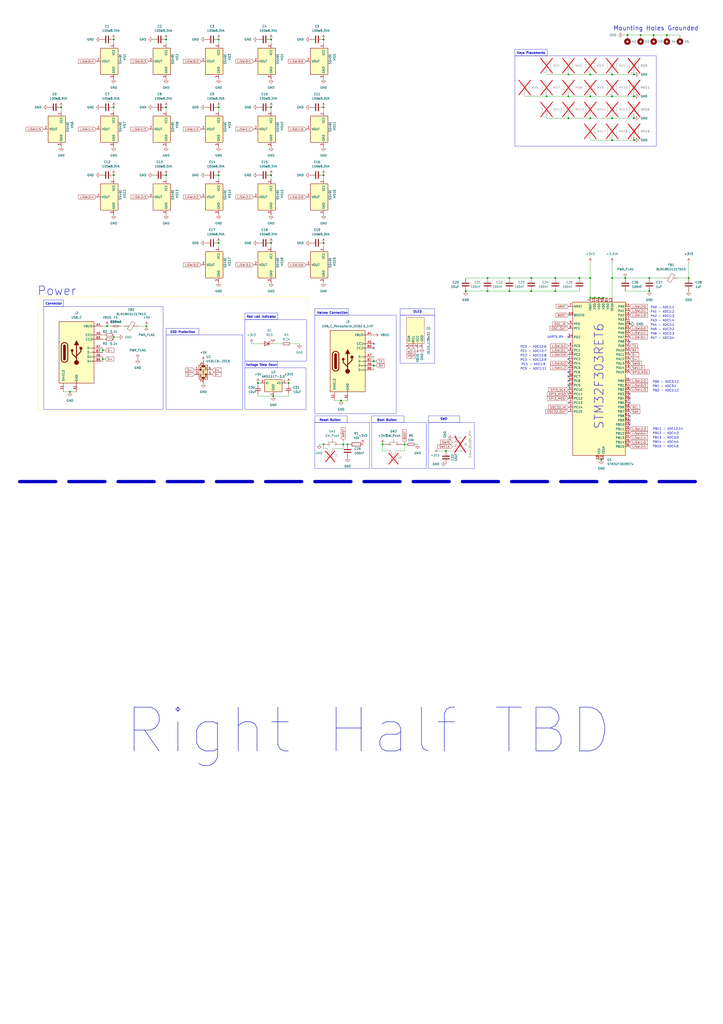
<source format=kicad_sch>
(kicad_sch (version 20231120) (generator "eeschema") (generator_version "8.0")
  (paper "A2" portrait)
  (junction (at 377.19 161.29))
  (junction (at 201.93 257.81))
  (junction (at 149.86 222.25))
  (junction (at 270.51 168.91))
  (junction (at 96.52 101.6))
  (junction (at 372.11 20.32))
  (junction (at 157.48 140.97))
  (junction (at 368.3 55.88))
  (junction (at 347.98 172.72))
  (junction (at 127 62.23))
  (junction (at 187.96 257.81))
  (junction (at 330.2 68.58))
  (junction (at 127 22.86))
  (junction (at 157.48 22.86))
  (junction (at 308.61 168.91))
  (junction (at 350.52 172.72))
  (junction (at 342.9 68.58))
  (junction (at 187.96 140.97))
  (junction (at 363.22 161.29))
  (junction (at 40.64 227.33))
  (junction (at 295.91 168.91))
  (junction (at 217.17 209.55))
  (junction (at 62.23 189.23))
  (junction (at 217.17 212.09))
  (junction (at 322.58 168.91))
  (junction (at 157.48 62.23))
  (junction (at 342.9 161.29))
  (junction (at 342.9 43.18))
  (junction (at 127 101.6))
  (junction (at 322.58 161.29))
  (junction (at 342.9 172.72))
  (junction (at 66.04 195.58))
  (junction (at 355.6 68.58))
  (junction (at 96.52 22.86))
  (junction (at 187.96 22.86))
  (junction (at 259.08 261.62))
  (junction (at 59.69 208.28))
  (junction (at 283.21 168.91))
  (junction (at 317.5 55.88))
  (junction (at 283.21 161.29))
  (junction (at 330.2 55.88))
  (junction (at 222.25 257.81))
  (junction (at 342.9 55.88))
  (junction (at 368.3 68.58))
  (junction (at 355.6 81.28))
  (junction (at 349.25 266.7))
  (junction (at 167.64 222.25))
  (junction (at 368.3 43.18))
  (junction (at 355.6 161.29))
  (junction (at 198.12 232.41))
  (junction (at 127 140.97))
  (junction (at 157.48 101.6))
  (junction (at 368.3 81.28))
  (junction (at 187.96 62.23))
  (junction (at 364.49 20.32))
  (junction (at 66.04 101.6))
  (junction (at 379.73 20.32))
  (junction (at 295.91 161.29))
  (junction (at 187.96 101.6))
  (junction (at 330.2 43.18))
  (junction (at 345.44 172.72))
  (junction (at 59.69 203.2))
  (junction (at 66.04 22.86))
  (junction (at 377.19 168.91))
  (junction (at 387.35 20.32))
  (junction (at 355.6 55.88))
  (junction (at 308.61 161.29))
  (junction (at 85.09 189.23))
  (junction (at 158.75 229.87))
  (junction (at 355.6 43.18))
  (junction (at 234.95 257.81))
  (junction (at 365.76 187.96))
  (junction (at 400.05 161.29))
  (junction (at 66.04 62.23))
  (junction (at 336.55 161.29))
  (junction (at 96.52 62.23))
  (junction (at 35.56 62.23))
  (junction (at 199.39 257.81))
  (no_connect (at 365.76 228.6))
  (no_connect (at 330.2 208.28))
  (no_connect (at 330.2 223.52))
  (no_connect (at 365.76 243.84))
  (no_connect (at 330.2 215.9))
  (no_connect (at 330.2 195.58))
  (no_connect (at 330.2 220.98))
  (no_connect (at 330.2 233.68))
  (no_connect (at 365.76 241.3))
  (no_connect (at 330.2 218.44))
  (no_connect (at 365.76 233.68))
  (no_connect (at 365.76 246.38))
  (no_connect (at 365.76 231.14))
  (no_connect (at 217.17 199.39))
  (no_connect (at 217.17 201.93))
  (no_connect (at 365.76 198.12))
  (wire (pts (xy 347.98 266.7) (xy 349.25 266.7)))
  (wire (pts (xy 345.44 172.72) (xy 347.98 172.72)))
  (wire (pts (xy 127 22.86) (xy 127 25.4)))
  (wire (pts (xy 66.04 195.58) (xy 66.04 196.85)))
  (wire (pts (xy 66.04 195.58) (xy 68.58 195.58)))
  (wire (pts (xy 234.95 257.81) (xy 236.22 257.81)))
  (wire (pts (xy 270.51 161.29) (xy 283.21 161.29)))
  (wire (pts (xy 69.85 189.23) (xy 72.39 189.23)))
  (wire (pts (xy 166.37 222.25) (xy 167.64 222.25)))
  (wire (pts (xy 365.76 185.42) (xy 365.76 187.96)))
  (wire (pts (xy 350.52 172.72) (xy 353.06 172.72)))
  (wire (pts (xy 355.6 43.18) (xy 368.3 43.18)))
  (wire (pts (xy 187.96 22.86) (xy 187.96 25.4)))
  (wire (pts (xy 36.83 227.33) (xy 40.64 227.33)))
  (wire (pts (xy 330.2 43.18) (xy 342.9 43.18)))
  (wire (pts (xy 342.9 81.28) (xy 355.6 81.28)))
  (wire (pts (xy 349.25 266.7) (xy 350.52 266.7)))
  (wire (pts (xy 59.69 189.23) (xy 62.23 189.23)))
  (wire (pts (xy 146.05 199.39) (xy 151.13 199.39)))
  (wire (pts (xy 127 101.6) (xy 127 104.14)))
  (wire (pts (xy 227.33 261.62) (xy 222.25 261.62)))
  (wire (pts (xy 342.9 161.29) (xy 342.9 172.72)))
  (wire (pts (xy 193.04 260.35) (xy 199.39 260.35)))
  (wire (pts (xy 96.52 62.23) (xy 96.52 64.77)))
  (wire (pts (xy 336.55 161.29) (xy 342.9 161.29)))
  (wire (pts (xy 218.44 212.09) (xy 217.17 212.09)))
  (wire (pts (xy 355.6 172.72) (xy 355.6 161.29)))
  (wire (pts (xy 222.25 261.62) (xy 222.25 257.81)))
  (wire (pts (xy 66.04 194.31) (xy 66.04 195.58)))
  (wire (pts (xy 199.39 257.81) (xy 201.93 257.81)))
  (wire (pts (xy 59.69 207.01) (xy 59.69 208.28)))
  (wire (pts (xy 199.39 255.27) (xy 199.39 257.81)))
  (wire (pts (xy 342.9 172.72) (xy 345.44 172.72)))
  (wire (pts (xy 198.12 257.81) (xy 199.39 257.81)))
  (wire (pts (xy 361.95 20.32) (xy 364.49 20.32)))
  (wire (pts (xy 157.48 101.6) (xy 157.48 104.14)))
  (wire (pts (xy 59.69 208.28) (xy 59.69 209.55)))
  (wire (pts (xy 363.22 168.91) (xy 377.19 168.91)))
  (wire (pts (xy 379.73 20.32) (xy 387.35 20.32)))
  (wire (pts (xy 317.5 43.18) (xy 330.2 43.18)))
  (wire (pts (xy 96.52 101.6) (xy 96.52 104.14)))
  (wire (pts (xy 62.23 189.23) (xy 64.77 189.23)))
  (wire (pts (xy 187.96 62.23) (xy 187.96 64.77)))
  (wire (pts (xy 66.04 62.23) (xy 66.04 64.77)))
  (wire (pts (xy 66.04 101.6) (xy 66.04 104.14)))
  (wire (pts (xy 400.05 152.4) (xy 400.05 161.29)))
  (wire (pts (xy 158.75 229.87) (xy 167.64 229.87)))
  (wire (pts (xy 355.6 161.29) (xy 363.22 161.29)))
  (wire (pts (xy 149.86 228.6) (xy 149.86 229.87)))
  (wire (pts (xy 60.96 208.28) (xy 59.69 208.28)))
  (wire (pts (xy 270.51 168.91) (xy 283.21 168.91)))
  (wire (pts (xy 229.87 261.62) (xy 234.95 261.62)))
  (wire (pts (xy 168.91 199.39) (xy 173.99 199.39)))
  (wire (pts (xy 255.27 261.62) (xy 259.08 261.62)))
  (wire (pts (xy 322.58 168.91) (xy 308.61 168.91)))
  (wire (pts (xy 364.49 20.32) (xy 372.11 20.32)))
  (wire (pts (xy 322.58 161.29) (xy 308.61 161.29)))
  (wire (pts (xy 157.48 140.97) (xy 157.48 143.51)))
  (wire (pts (xy 157.48 62.23) (xy 157.48 64.77)))
  (wire (pts (xy 317.5 68.58) (xy 330.2 68.58)))
  (wire (pts (xy 330.2 55.88) (xy 342.9 55.88)))
  (wire (pts (xy 322.58 168.91) (xy 336.55 168.91)))
  (polyline (pts (xy 11.43 279.4) (xy 407.67 279.4)) (stroke (width 1.905) (type dash)))
  (wire (pts (xy 342.9 68.58) (xy 355.6 68.58)))
  (wire (pts (xy 66.04 22.86) (xy 66.04 25.4)))
  (wire (pts (xy 322.58 161.29) (xy 336.55 161.29)))
  (wire (pts (xy 187.96 101.6) (xy 187.96 104.14)))
  (wire (pts (xy 355.6 68.58) (xy 368.3 68.58)))
  (wire (pts (xy 167.64 223.52) (xy 167.64 222.25)))
  (wire (pts (xy 355.6 55.88) (xy 368.3 55.88)))
  (wire (pts (xy 149.86 222.25) (xy 151.13 222.25)))
  (wire (pts (xy 187.96 257.81) (xy 187.96 260.35)))
  (wire (pts (xy 363.22 161.29) (xy 377.19 161.29)))
  (wire (pts (xy 295.91 161.29) (xy 283.21 161.29)))
  (wire (pts (xy 342.9 43.18) (xy 355.6 43.18)))
  (wire (pts (xy 355.6 152.4) (xy 355.6 161.29)))
  (wire (pts (xy 377.19 161.29) (xy 386.08 161.29)))
  (wire (pts (xy 222.25 257.81) (xy 223.52 257.81)))
  (wire (pts (xy 187.96 260.35) (xy 190.5 260.35)))
  (wire (pts (xy 59.69 203.2) (xy 59.69 204.47)))
  (wire (pts (xy 158.75 199.39) (xy 163.83 199.39)))
  (wire (pts (xy 127 140.97) (xy 127 143.51)))
  (wire (pts (xy 96.52 22.86) (xy 96.52 25.4)))
  (wire (pts (xy 372.11 20.32) (xy 379.73 20.32)))
  (wire (pts (xy 387.35 20.32) (xy 394.97 20.32)))
  (wire (pts (xy 400.05 161.29) (xy 393.7 161.29)))
  (wire (pts (xy 149.86 223.52) (xy 149.86 222.25)))
  (wire (pts (xy 317.5 55.88) (xy 330.2 55.88)))
  (wire (pts (xy 217.17 212.09) (xy 217.17 214.63)))
  (wire (pts (xy 308.61 168.91) (xy 295.91 168.91)))
  (wire (pts (xy 157.48 22.86) (xy 157.48 25.4)))
  (wire (pts (xy 59.69 201.93) (xy 59.69 203.2)))
  (wire (pts (xy 234.95 261.62) (xy 234.95 257.81)))
  (wire (pts (xy 59.69 196.85) (xy 60.96 196.85)))
  (wire (pts (xy 198.12 232.41) (xy 201.93 232.41)))
  (wire (pts (xy 355.6 81.28) (xy 368.3 81.28)))
  (wire (pts (xy 40.64 227.33) (xy 44.45 227.33)))
  (wire (pts (xy 217.17 207.01) (xy 217.17 209.55)))
  (wire (pts (xy 199.39 260.35) (xy 199.39 257.81)))
  (wire (pts (xy 149.86 229.87) (xy 158.75 229.87)))
  (wire (pts (xy 295.91 168.91) (xy 283.21 168.91)))
  (wire (pts (xy 60.96 203.2) (xy 59.69 203.2)))
  (wire (pts (xy 194.31 232.41) (xy 198.12 232.41)))
  (wire (pts (xy 167.64 228.6) (xy 167.64 229.87)))
  (wire (pts (xy 217.17 209.55) (xy 218.44 209.55)))
  (wire (pts (xy 127 62.23) (xy 127 64.77)))
  (wire (pts (xy 342.9 152.4) (xy 342.9 161.29)))
  (wire (pts (xy 59.69 194.31) (xy 60.96 194.31)))
  (wire (pts (xy 185.42 257.81) (xy 187.96 257.81)))
  (wire (pts (xy 308.61 161.29) (xy 295.91 161.29)))
  (wire (pts (xy 187.96 140.97) (xy 187.96 143.51)))
  (wire (pts (xy 342.9 55.88) (xy 355.6 55.88)))
  (wire (pts (xy 201.93 257.81) (xy 203.2 257.81)))
  (wire (pts (xy 234.95 256.54) (xy 234.95 257.81)))
  (wire (pts (xy 233.68 257.81) (xy 234.95 257.81)))
  (wire (pts (xy 259.08 261.62) (xy 262.89 261.62)))
  (wire (pts (xy 330.2 68.58) (xy 342.9 68.58)))
  (wire (pts (xy 241.3 257.81) (xy 242.57 257.81)))
  (wire (pts (xy 304.8 55.88) (xy 317.5 55.88)))
  (wire (pts (xy 80.01 189.23) (xy 85.09 189.23)))
  (wire (pts (xy 35.56 62.23) (xy 35.56 64.77)))
  (wire (pts (xy 347.98 172.72) (xy 350.52 172.72)))
  (rectangle (start 22.098 172.212) (end 178.816 238.252) (stroke (width 0) (type dash) (color 255 229 36 1)))
  (rectangle (start 299.085 28.575) (end 317.881 32.385))
  (rectangle (start 142.24 213.36) (end 177.8 237.49))
  (rectangle (start 25.4 177.8) (end 94.742 237.49))
  (rectangle (start 232.41 179.07) (end 252.476 182.88))
  (rectangle (start 182.88 245.11) (end 214.63 271.78))
  (rectangle (start 248.92 245.11) (end 275.59 271.78))
  (rectangle (start 142.24 185.42) (end 178.054 209.55))
  (rectangle (start 299.085 32.385) (end 381.254 84.836))
  (rectangle (start 215.9 245.11) (end 247.65 271.78))
  (rectangle (start 182.88 241.3) (end 201.676 245.11))
  (rectangle (start 182.88 179.07) (end 202.311 182.88))
  (rectangle (start 142.24 181.61) (end 161.29 185.42))
  (rectangle (start 96.52 190.5) (end 115.57 194.31))
  (rectangle (start 142.24 209.55) (end 161.29 213.36))
  (rectangle (start 25.4 173.99) (end 36.83 177.8))
  (rectangle (start 215.9 241.3) (end 234.696 245.11))
  (rectangle (start 232.41 182.88) (end 252.476 210.82))
  (rectangle (start 182.88 182.88) (end 230.124 240.03))
  (rectangle (start 96.52 194.31) (end 140.97 237.49))
  (rectangle (start 248.92 241.3) (end 266.954 245.11))
  (text "PC3 - ADC12:9" (at 309.88 208.915 0) (effects (font (size 1.27 1.27))))
  (text "PC1 - ADC12:7" (at 309.88 203.835 0) (effects (font (size 1.27 1.27))))
  (text "Voltage Step Down" (at 151.892 211.836 0) (effects (font (size 1.27 1.27) (thickness 0.254) (bold yes))))
  (text "PA7 - ADC2:4" (at 384.81 196.215 0) (effects (font (size 1.27 1.27))))
  (text "Connector\n" (at 31.242 176.276 0) (effects (font (size 1.27 1.27) (thickness 0.254) (bold yes))))
  (text "PB15 - ADC4:5" (at 386.715 259.08 0) (effects (font (size 1.27 1.27))))
  (text "Right Half TBD" (at 213.995 424.18 0) (effects (font (size 25.4 25.4) (thickness 0.254) (bold yes))))
  (text "Boot Button" (at 224.79 243.84 0) (effects (font (size 1.27 1.27) (thickness 0.254) (bold yes))))
  (text "PA4 - ADC2:1" (at 384.81 188.595 0) (effects (font (size 1.27 1.27))))
  (text "PA6 - ADC2:3" (at 384.81 193.675 0) (effects (font (size 1.27 1.27))))
  (text "PB11 - ADC12:14" (at 387.985 248.92 0) (effects (font (size 1.27 1.27))))
  (text "PB1 - ADC3:1" (at 386.08 224.155 0) (effects (font (size 1.27 1.27))))
  (text "PC5 - ADC1:11" (at 309.88 213.995 0) (effects (font (size 1.27 1.27))))
  (text "Power" (at 33.02 168.91 0) (effects (font (size 5.08 5.08) (thickness 0.254) (bold yes))))
  (text "PB14 - ADC4:4" (at 386.715 256.54 0) (effects (font (size 1.27 1.27))))
  (text "Halves Connection" (at 193.04 181.61 0) (effects (font (size 1.27 1.27) (thickness 0.254) (bold yes))))
  (text "PC0 - ADC12:6" (at 309.88 201.295 0) (effects (font (size 1.27 1.27))))
  (text "ESD Protection" (at 106.172 192.786 0) (effects (font (size 1.27 1.27) (thickness 0.254) (bold yes))))
  (text "UART5_RX\n" (at 322.58 195.58 0) (effects (font (size 1.27 1.27))))
  (text "PA3 - ADC1:4" (at 384.81 186.055 0) (effects (font (size 1.27 1.27))))
  (text "SWD" (at 257.81 243.205 0) (effects (font (size 1.27 1.27) (thickness 0.254) (bold yes))))
  (text "Keys Placements" (at 308.483 30.861 0) (effects (font (size 1.27 1.27) (thickness 0.254) (bold yes))))
  (text "STM32F303RET6" (at 347.98 218.44 90) (effects (font (size 5.08 5.08) (thickness 0.254) (bold yes))))
  (text "PB0 - ADC3:12" (at 386.715 221.615 0) (effects (font (size 1.27 1.27))))
  (text "Red Led Indicator" (at 151.892 183.896 0) (effects (font (size 1.27 1.27) (thickness 0.254) (bold yes))))
  (text "PA2 - ADC1:3" (at 384.81 183.515 0) (effects (font (size 1.27 1.27))))
  (text "PC2 - ADC12:8" (at 309.88 206.375 0) (effects (font (size 1.27 1.27))))
  (text "PB13 - ADC3:5" (at 386.715 254 0) (effects (font (size 1.27 1.27))))
  (text "PA5 - ADC2:2" (at 384.81 191.135 0) (effects (font (size 1.27 1.27))))
  (text "Mounting Holes Grounded" (at 381 16.51 0) (effects (font (size 2.54 2.54) (thickness 0.254) (bold yes))))
  (text "PB12 - ADC4:3" (at 386.715 251.46 0) (effects (font (size 1.27 1.27))))
  (text "PB2 - ADC2:12" (at 386.715 226.695 0) (effects (font (size 1.27 1.27))))
  (text "Reset Button" (at 191.77 243.84 0) (effects (font (size 1.27 1.27) (thickness 0.254) (bold yes))))
  (text "OLED" (at 242.57 180.975 0) (effects (font (size 1.27 1.27) (thickness 0.254) (bold yes))))
  (text "PC4 - ADC1:5" (at 309.88 211.455 0) (effects (font (size 1.27 1.27))))
  (text "PA1 - ADC1:2" (at 384.81 180.975 0) (effects (font (size 1.27 1.27))))
  (text "PA0 - ADC1:1" (at 384.81 178.435 0) (effects (font (size 1.27 1.27))))
  (global_label "L:SW:2:2" (shape input) (at 116.84 114.3 180) (property "Intersheetrefs" "${INTERSHEET_REFS}" (effects (hide yes))))
  (global_label "L:SW:0:0" (shape input) (at 177.8 35.56 180) (property "Intersheetrefs" "${INTERSHEET_REFS}" (effects (hide yes))))
  (global_label "D+" (shape input) (at 60.96 208.28 0) (property "Intersheetrefs" "${INTERSHEET_REFS}" (effects (hide yes))))
  (global_label "L:SW:2:2" (shape input) (at 365.76 220.98 0) (property "Intersheetrefs" "${INTERSHEET_REFS}" (effects (hide yes))))
  (global_label "L:SW:1:3" (shape input) (at 365.76 226.06 0) (property "Intersheetrefs" "${INTERSHEET_REFS}" (effects (hide yes))))
  (global_label "L:SW:3:2" (shape input) (at 330.2 200.66 180) (property "Intersheetrefs" "${INTERSHEET_REFS}" (effects (hide yes))))
  (global_label "D-" (shape input) (at 365.76 205.74 0) (property "Intersheetrefs" "${INTERSHEET_REFS}" (effects (hide yes))))
  (global_label "OSC_OUT" (shape input) (at 330.2 190.5 180) (property "Intersheetrefs" "${INTERSHEET_REFS}" (effects (hide yes))))
  (global_label "L:SW:3:2" (shape input) (at 116.84 153.67 180) (property "Intersheetrefs" "${INTERSHEET_REFS}" (effects (hide yes))))
  (global_label "D+" (shape input) (at 123.19 214.63 0) (property "Intersheetrefs" "${INTERSHEET_REFS}" (effects (hide yes))))
  (global_label "L:SW:3:1" (shape input) (at 147.32 153.67 180) (property "Intersheetrefs" "${INTERSHEET_REFS}" (effects (hide yes))))
  (global_label "L:SW:1:2" (shape input) (at 330.2 213.36 180) (property "Intersheetrefs" "${INTERSHEET_REFS}" (effects (hide yes))))
  (global_label "SPI3_SCK" (shape input) (at 330.2 226.06 180) (property "Intersheetrefs" "${INTERSHEET_REFS}" (effects (hide yes))))
  (global_label "L:SW:1:1" (shape input) (at 365.76 193.04 0) (property "Intersheetrefs" "${INTERSHEET_REFS}" (effects (hide yes))))
  (global_label "SDA" (shape input) (at 237.49 201.93 270) (property "Intersheetrefs" "${INTERSHEET_REFS}" (effects (hide yes))))
  (global_label "L:SW:3:1" (shape input) (at 330.2 203.2 180) (property "Intersheetrefs" "${INTERSHEET_REFS}" (effects (hide yes))))
  (global_label "L:SW:2:0" (shape input) (at 365.76 177.8 0) (property "Intersheetrefs" "${INTERSHEET_REFS}" (effects (hide yes))))
  (global_label "L:SW:2:4" (shape input) (at 55.88 114.3 180) (property "Intersheetrefs" "${INTERSHEET_REFS}" (effects (hide yes))))
  (global_label "D-" (shape input) (at 60.96 203.2 0) (property "Intersheetrefs" "${INTERSHEET_REFS}" (effects (hide yes))))
  (global_label "SPI3_MISO" (shape input) (at 330.2 228.6 180) (property "Intersheetrefs" "${INTERSHEET_REFS}" (effects (hide yes))))
  (global_label "D+" (shape input) (at 113.03 214.63 180) (property "Intersheetrefs" "${INTERSHEET_REFS}" (effects (hide yes))))
  (global_label "SWIO" (shape input) (at 262.89 256.54 180) (property "Intersheetrefs" "${INTERSHEET_REFS}" (effects (hide yes))))
  (global_label "L:SW:1:0" (shape input) (at 365.76 182.88 0) (property "Intersheetrefs" "${INTERSHEET_REFS}" (effects (hide yes))))
  (global_label "L:SW:3:0" (shape input) (at 330.2 205.74 180) (property "Intersheetrefs" "${INTERSHEET_REFS}" (effects (hide yes))))
  (global_label "L:SW:0:3" (shape input) (at 86.36 35.56 180) (property "Intersheetrefs" "${INTERSHEET_REFS}" (effects (hide yes))))
  (global_label "SWCLK" (shape input) (at 365.76 213.36 0) (property "Intersheetrefs" "${INTERSHEET_REFS}" (effects (hide yes))))
  (global_label "NRST" (shape input) (at 330.2 177.8 180) (property "Intersheetrefs" "${INTERSHEET_REFS}" (effects (hide yes))))
  (global_label "L:SW:1:4" (shape input) (at 365.76 254 0) (property "Intersheetrefs" "${INTERSHEET_REFS}" (effects (hide yes))))
  (global_label "BOOT" (shape input) (at 234.95 256.54 90) (property "Intersheetrefs" "${INTERSHEET_REFS}" (effects (hide yes))))
  (global_label "L:SW:2:4" (shape input) (at 365.76 259.08 0) (property "Intersheetrefs" "${INTERSHEET_REFS}" (effects (hide yes))))
  (global_label "L:SW:1:2" (shape input) (at 116.84 74.93 180) (property "Intersheetrefs" "${INTERSHEET_REFS}" (effects (hide yes))))
  (global_label "SPI3_MOSI" (shape input) (at 330.2 231.14 180) (property "Intersheetrefs" "${INTERSHEET_REFS}" (effects (hide yes))))
  (global_label "L:SW:2:1" (shape input) (at 365.76 180.34 0) (property "Intersheetrefs" "${INTERSHEET_REFS}" (effects (hide yes))))
  (global_label "L:SW:1:0" (shape input) (at 177.8 74.93 180) (property "Intersheetrefs" "${INTERSHEET_REFS}" (effects (hide yes))))
  (global_label "RX" (shape input) (at 365.76 203.2 0) (property "Intersheetrefs" "${INTERSHEET_REFS}" (effects (hide yes))))
  (global_label "TX" (shape input) (at 218.44 209.55 0) (property "Intersheetrefs" "${INTERSHEET_REFS}" (effects (hide yes))))
  (global_label "SCL" (shape input) (at 240.03 201.93 270) (property "Intersheetrefs" "${INTERSHEET_REFS}" (effects (hide yes))))
  (global_label "L:SW:0:1" (shape input) (at 365.76 195.58 0) (property "Intersheetrefs" "${INTERSHEET_REFS}" (effects (hide yes))))
  (global_label "D-" (shape input) (at 123.19 217.17 0) (property "Intersheetrefs" "${INTERSHEET_REFS}" (effects (hide yes))))
  (global_label "L:SW:0:2" (shape input) (at 116.84 35.56 180) (property "Intersheetrefs" "${INTERSHEET_REFS}" (effects (hide yes))))
  (global_label "L:SW:0:4" (shape input) (at 55.88 35.56 180) (property "Intersheetrefs" "${INTERSHEET_REFS}" (effects (hide yes))))
  (global_label "OSC32_OUT" (shape input) (at 330.2 238.76 180) (property "Intersheetrefs" "${INTERSHEET_REFS}" (effects (hide yes))))
  (global_label "SWIO" (shape input) (at 365.76 210.82 0) (property "Intersheetrefs" "${INTERSHEET_REFS}" (effects (hide yes))))
  (global_label "L:SW:1:5" (shape input) (at 25.4 74.93 180) (property "Intersheetrefs" "${INTERSHEET_REFS}" (effects (hide yes))))
  (global_label "OSC32_IN" (shape input) (at 330.2 236.22 180) (property "Intersheetrefs" "${INTERSHEET_REFS}" (effects (hide yes))))
  (global_label "BOOT" (shape input) (at 330.2 182.88 180) (property "Intersheetrefs" "${INTERSHEET_REFS}" (effects (hide yes))))
  (global_label "L:SW:0:2" (shape input) (at 330.2 210.82 180) (property "Intersheetrefs" "${INTERSHEET_REFS}" (effects (hide yes))))
  (global_label "L:SW:3:0" (shape input) (at 177.8 153.67 180) (property "Intersheetrefs" "${INTERSHEET_REFS}" (effects (hide yes))))
  (global_label "L:SW:1:4" (shape input) (at 55.88 74.93 180) (property "Intersheetrefs" "${INTERSHEET_REFS}" (effects (hide yes))))
  (global_label "L:SW:1:1" (shape input) (at 147.32 74.93 180) (property "Intersheetrefs" "${INTERSHEET_REFS}" (effects (hide yes))))
  (global_label "L:SW:1:5" (shape input) (at 365.76 256.54 0) (property "Intersheetrefs" "${INTERSHEET_REFS}" (effects (hide yes))))
  (global_label "SCL" (shape input) (at 365.76 236.22 0) (property "Intersheetrefs" "${INTERSHEET_REFS}" (effects (hide yes))))
  (global_label "NRST" (shape input) (at 199.39 255.27 90) (property "Intersheetrefs" "${INTERSHEET_REFS}" (effects (hide yes))))
  (global_label "L:SW:0:4" (shape input) (at 365.76 251.46 0) (property "Intersheetrefs" "${INTERSHEET_REFS}" (effects (hide yes))))
  (global_label "D-" (shape input) (at 113.03 217.17 180) (property "Intersheetrefs" "${INTERSHEET_REFS}" (effects (hide yes))))
  (global_label "L:SW:0:1" (shape input) (at 147.32 35.56 180) (property "Intersheetrefs" "${INTERSHEET_REFS}" (effects (hide yes))))
  (global_label "RX" (shape input) (at 218.44 212.09 0) (property "Intersheetrefs" "${INTERSHEET_REFS}" (effects (hide yes))))
  (global_label "L:SW:2:0" (shape input) (at 177.8 114.3 180) (property "Intersheetrefs" "${INTERSHEET_REFS}" (effects (hide yes))))
  (global_label "L:SW:2:1" (shape input) (at 147.32 114.3 180) (property "Intersheetrefs" "${INTERSHEET_REFS}" (effects (hide yes))))
  (global_label "SDA" (shape input) (at 365.76 238.76 0) (property "Intersheetrefs" "${INTERSHEET_REFS}" (effects (hide yes))))
  (global_label "D+" (shape input) (at 365.76 208.28 0) (property "Intersheetrefs" "${INTERSHEET_REFS}" (effects (hide yes))))
  (global_label "L:SW:2:3" (shape input) (at 365.76 248.92 0) (property "Intersheetrefs" "${INTERSHEET_REFS}" (effects (hide yes))))
  (global_label "SPI3_NSS" (shape input) (at 365.76 215.9 0) (property "Intersheetrefs" "${INTERSHEET_REFS}" (effects (hide yes))))
  (global_label "TX" (shape input) (at 365.76 200.66 0) (property "Intersheetrefs" "${INTERSHEET_REFS}" (effects (hide yes))))
  (global_label "L:SW:2:3" (shape input) (at 86.36 114.3 180) (property "Intersheetrefs" "${INTERSHEET_REFS}" (effects (hide yes))))
  (global_label "L:SW:0:3" (shape input) (at 365.76 223.52 0) (property "Intersheetrefs" "${INTERSHEET_REFS}" (effects (hide yes))))
  (global_label "OSC_IN" (shape input) (at 330.2 187.96 180) (property "Intersheetrefs" "${INTERSHEET_REFS}" (effects (hide yes))))
  (global_label "SWCLK" (shape input) (at 262.89 259.08 180) (property "Intersheetrefs" "${INTERSHEET_REFS}" (effects (hide yes))))
  (global_label "L:SW:0:0" (shape input) (at 365.76 190.5 0) (property "Intersheetrefs" "${INTERSHEET_REFS}" (effects (hide yes))))
  (global_label "L:SW:1:3" (shape input) (at 86.36 74.93 180) (property "Intersheetrefs" "${INTERSHEET_REFS}" (effects (hide yes))))
  (symbol (lib_id "power:GND") (at 88.9 101.6 270) (mirror x) (unit 1)
    (property "Reference" "#PWR041" (effects (hide yes)))
    (property "Value" "GND" (at 85.09 101.5999 90) (effects (justify right)))
    (property "Description" "Power symbol creates a global label with name \"GND\" , ground" (effects (hide yes)))
  )
  (symbol (lib_id "power:GND") (at 27.94 62.23 270) (mirror x) (unit 1)
    (property "Reference" "#PWR021" (effects (hide yes)))
    (property "Value" "GND" (at 24.13 62.2299 90) (effects (justify right)))
    (property "Description" "Power symbol creates a global label with name \"GND\" , ground" (effects (hide yes)))
  )
  (symbol (lib_id "Device:C") (at 184.15 101.6 90) (unit 1)
    (property "Reference" "C16" (at 184.15 93.98 90))
    (property "Value" "100nF" (at 184.15 96.52 90))
    (property "Footprint" "Capacitor_SMD:C_0603_1608Metric_Pad1.08x0.95mm_HandSolder" (effects (hide yes)))
    (property "Description" "Unpolarized capacitor" (effects (hide yes)))
  )
  (symbol (lib_id "power:GND") (at 201.93 265.43 0) (unit 1)
    (property "Reference" "#PWR078" (effects (hide yes)))
    (property "Value" "GND" (at 201.93 270.51 0))
    (property "Description" "Power symbol creates a global label with name \"GND\" , ground" (effects (hide yes)))
  )
  (symbol (lib_id "Device:C") (at 123.19 101.6 90) (unit 1)
    (property "Reference" "C14" (at 123.19 93.98 90))
    (property "Value" "100nF" (at 123.19 96.52 90))
    (property "Footprint" "Capacitor_SMD:C_0603_1608Metric_Pad1.08x0.95mm_HandSolder" (effects (hide yes)))
    (property "Description" "Unpolarized capacitor" (effects (hide yes)))
  )
  (symbol (lib_id "power:GND") (at 187.96 124.46 0) (mirror y) (unit 1)
    (property "Reference" "#PWR053" (effects (hide yes)))
    (property "Value" "GND" (at 187.96 129.54 0))
    (property "Description" "Power symbol creates a global label with name \"GND\" , ground" (effects (hide yes)))
  )
  (symbol (lib_id "Device:C") (at 283.21 165.1 0) (mirror y) (unit 1)
    (property "Reference" "C21" (at 279.4 163.8299 0) (effects (justify left)))
    (property "Value" "100nF" (at 279.4 166.3699 0) (effects (justify left)))
    (property "Footprint" "Capacitor_SMD:C_0603_1608Metric_Pad1.08x0.95mm_HandSolder" (effects (hide yes)))
    (property "Description" "Unpolarized capacitor" (effects (hide yes)))
  )
  (symbol (lib_id "power:GND") (at 58.42 62.23 270) (mirror x) (unit 1)
    (property "Reference" "#PWR023" (effects (hide yes)))
    (property "Value" "GND" (at 54.61 62.2299 90) (effects (justify right)))
    (property "Description" "Power symbol creates a global label with name \"GND\" , ground" (effects (hide yes)))
  )
  (symbol (lib_id "0_switch_placeholders:MX_1.00U") (at 368.3 38.1 90) (unit 1) (dnp yes)
    (property "Reference" "MX5" (at 372.11 38.0999 90) (effects (justify right)))
    (property "Footprint" "0_local_footprints:MX 1.00u" (effects (hide yes)))
  )
  (symbol (lib_id "0_switch_placeholders:MX_1.00U") (at 355.6 63.5 90) (unit 1) (dnp yes)
    (property "Reference" "MX15" (at 359.41 63.4999 90) (effects (justify right)))
    (property "Footprint" "0_local_footprints:MX 1.00u" (effects (hide yes)))
  )
  (symbol (lib_id "power:GND") (at 180.34 101.6 270) (mirror x) (unit 1)
    (property "Reference" "#PWR047" (effects (hide yes)))
    (property "Value" "GND" (at 176.53 101.5999 90) (effects (justify right)))
    (property "Description" "Power symbol creates a global label with name \"GND\" , ground" (effects (hide yes)))
  )
  (symbol (lib_id "power:GND") (at 127 45.72 0) (mirror y) (unit 1)
    (property "Reference" "#PWR016" (effects (hide yes)))
    (property "Value" "GND" (at 127 50.8 0))
    (property "Description" "Power symbol creates a global label with name \"GND\" , ground" (effects (hide yes)))
  )
  (symbol (lib_id "power:GND") (at 157.48 85.09 0) (mirror y) (unit 1)
    (property "Reference" "#PWR037" (effects (hide yes)))
    (property "Value" "GND" (at 157.48 90.17 0))
    (property "Description" "Power symbol creates a global label with name \"GND\" , ground" (effects (hide yes)))
  )
  (symbol (lib_id "power:GND") (at 119.38 62.23 270) (mirror x) (unit 1)
    (property "Reference" "#PWR027" (effects (hide yes)))
    (property "Value" "GND" (at 115.57 62.2299 90) (effects (justify right)))
    (property "Description" "Power symbol creates a global label with name \"GND\" , ground" (effects (hide yes)))
  )
  (symbol (lib_id "Device:C") (at 62.23 22.86 90) (unit 1)
    (property "Reference" "C1" (at 62.23 15.24 90))
    (property "Value" "100nF" (at 62.23 17.78 90))
    (property "Footprint" "Capacitor_SMD:C_0603_1608Metric_Pad1.08x0.95mm_HandSolder" (effects (hide yes)))
    (property "Description" "Unpolarized capacitor" (effects (hide yes)))
  )
  (symbol (lib_id "Device:C") (at 92.71 101.6 90) (unit 1)
    (property "Reference" "C13" (at 92.71 93.98 90))
    (property "Value" "100nF" (at 92.71 96.52 90))
    (property "Footprint" "Capacitor_SMD:C_0603_1608Metric_Pad1.08x0.95mm_HandSolder" (effects (hide yes)))
    (property "Description" "Unpolarized capacitor" (effects (hide yes)))
  )
  (symbol (lib_id "Device:C") (at 62.23 101.6 90) (unit 1)
    (property "Reference" "C12" (at 62.23 93.98 90))
    (property "Value" "100nF" (at 62.23 96.52 90))
    (property "Footprint" "Capacitor_SMD:C_0603_1608Metric_Pad1.08x0.95mm_HandSolder" (effects (hide yes)))
    (property "Description" "Unpolarized capacitor" (effects (hide yes)))
  )
  (symbol (lib_id "Sensor_Magnetic:A1101ELHL") (at 124.46 74.93 0) (mirror y) (unit 1)
    (property "Reference" "HS9" (at 133.35 70.485 90) (effects (justify right)))
    (property "Value" "SS49E" (at 130.81 70.485 90) (effects (justify right)))
    (property "Footprint" "Package_TO_SOT_SMD:SOT-23W" (effects (hide yes)))
    (property "Datasheet" "https://www.allegromicro.com/-/media/files/datasheets/a110x-datasheet.ashx" (effects (hide yes)))
    (property "Description" "Hall effect switch, unipolar, Bop=100G, Brp=45G, -40C to +85C, SOT-23W" (effects (hide yes)))
  )
  (symbol (lib_id "power:+3V3") (at 255.27 261.62 90) (unit 1)
    (property "Reference" "#PWR088" (effects (hide yes)))
    (property "Value" "+3V3" (at 252.73 264.16 90))
    (property "Description" "Power symbol creates a global label with name \"+3V3\"" (effects (hide yes)))
  )
  (symbol (lib_id "power:+3.3VA") (at 66.04 22.86 0) (unit 1)
    (property "Reference" "#PWR03" (effects (hide yes)))
    (property "Value" "+3.3VA" (at 66.04 17.78 0))
    (property "Description" "Power symbol creates a global label with name \"+3.3VA\"" (effects (hide yes)))
  )
  (symbol (lib_id "power:GND") (at 149.86 22.86 270) (mirror x) (unit 1)
    (property "Reference" "#PWR08" (effects (hide yes)))
    (property "Value" "GND" (at 146.05 22.8599 90) (effects (justify right)))
    (property "Description" "Power symbol creates a global label with name \"GND\" , ground" (effects (hide yes)))
  )
  (symbol (lib_id "power:GND") (at 66.04 45.72 0) (mirror y) (unit 1)
    (property "Reference" "#PWR014" (effects (hide yes)))
    (property "Value" "GND" (at 66.04 50.8 0))
    (property "Description" "Power symbol creates a global label with name \"GND\" , ground" (effects (hide yes)))
  )
  (symbol (lib_id "Sensor_Magnetic:A1101ELHL") (at 185.42 153.67 0) (mirror y) (unit 1)
    (property "Reference" "HS19" (at 194.31 149.225 90) (effects (justify right)))
    (property "Value" "SS49E" (at 191.77 149.225 90) (effects (justify right)))
    (property "Footprint" "Package_TO_SOT_SMD:SOT-23W" (effects (hide yes)))
    (property "Datasheet" "https://www.allegromicro.com/-/media/files/datasheets/a110x-datasheet.ashx" (effects (hide yes)))
    (property "Description" "Hall effect switch, unipolar, Bop=100G, Brp=45G, -40C to +85C, SOT-23W" (effects (hide yes)))
  )
  (symbol (lib_id "Device:LED") (at 154.94 199.39 180) (unit 1)
    (property "Reference" "D1" (at 156.5275 191.77 0))
    (property "Value" "RED" (at 156.5275 194.31 0))
    (property "Footprint" "LED_SMD:LED_0603_1608Metric_Pad1.05x0.95mm_HandSolder" (effects (hide yes)))
    (property "Description" "Light emitting diode" (effects (hide yes)))
  )
  (symbol (lib_id "Device:R_Small") (at 63.5 194.31 90) (unit 1)
    (property "Reference" "R2" (at 60.96 192.405 90))
    (property "Value" "5.1k" (at 66.04 192.405 90))
    (property "Footprint" "Capacitor_SMD:C_0603_1608Metric_Pad1.08x0.95mm_HandSolder" (effects (hide yes)))
    (property "Description" "Resistor, small symbol" (effects (hide yes)))
    (property "LCSC" "C25905" (effects (hide yes)))
  )
  (symbol (lib_id "power:GND") (at 361.95 20.32 270) (mirror x) (unit 1)
    (property "Reference" "#PWR01" (effects (hide yes)))
    (property "Value" "GND" (at 358.14 20.3201 90) (effects (justify right)))
    (property "Description" "Power symbol creates a global label with name \"GND\" , ground" (effects (hide yes)))
  )
  (symbol (lib_id "0_switch_placeholders:MX_1.00U") (at 342.9 76.2 90) (unit 1) (dnp yes)
    (property "Reference" "MX17" (at 346.71 76.1999 90) (effects (justify right)))
    (property "Footprint" "0_local_footprints:MX 1.00u" (effects (hide yes)))
  )
  (symbol (lib_id "Device:C") (at 123.19 62.23 90) (unit 1)
    (property "Reference" "C9" (at 123.19 54.61 90))
    (property "Value" "100nF" (at 123.19 57.15 90))
    (property "Footprint" "Capacitor_SMD:C_0603_1608Metric_Pad1.08x0.95mm_HandSolder" (effects (hide yes)))
    (property "Description" "Unpolarized capacitor" (effects (hide yes)))
  )
  (symbol (lib_id "power:GND") (at 180.34 140.97 270) (mirror x) (unit 1)
    (property "Reference" "#PWR061" (effects (hide yes)))
    (property "Value" "GND" (at 176.53 140.9699 90) (effects (justify right)))
    (property "Description" "Power symbol creates a global label with name \"GND\" , ground" (effects (hide yes)))
  )
  (symbol (lib_id "power:GND") (at 157.48 124.46 0) (mirror y) (unit 1)
    (property "Reference" "#PWR052" (effects (hide yes)))
    (property "Value" "GND" (at 157.48 129.54 0))
    (property "Description" "Power symbol creates a global label with name \"GND\" , ground" (effects (hide yes)))
  )
  (symbol (lib_id "Mechanical:MountingHole_Pad") (at 379.73 22.86 0) (mirror x) (unit 1) (exclude_from_sim yes) (in_bom no)
    (property "Reference" "H3" (at 382.27 24.1301 0) (effects (justify left)))
    (property "Value" "MountingHole_Pad" (effects (hide yes)))
    (property "Footprint" "MountingHole:MountingHole_3.2mm_M3_ISO7380_Pad" (effects (hide yes)))
    (property "Description" "Mounting Hole with connection" (effects (hide yes)))
  )
  (symbol (lib_id "Device:C") (at 153.67 101.6 90) (unit 1)
    (property "Reference" "C15" (at 153.67 93.98 90))
    (property "Value" "100nF" (at 153.67 96.52 90))
    (property "Footprint" "Capacitor_SMD:C_0603_1608Metric_Pad1.08x0.95mm_HandSolder" (effects (hide yes)))
    (property "Description" "Unpolarized capacitor" (effects (hide yes)))
  )
  (symbol (lib_id "power:GND") (at 180.34 22.86 270) (mirror x) (unit 1)
    (property "Reference" "#PWR010" (effects (hide yes)))
    (property "Value" "GND" (at 176.53 22.8599 90) (effects (justify right)))
    (property "Description" "Power symbol creates a global label with name \"GND\" , ground" (effects (hide yes)))
  )
  (symbol (lib_id "power:GND") (at 127 163.83 0) (mirror y) (unit 1)
    (property "Reference" "#PWR066" (effects (hide yes)))
    (property "Value" "GND" (at 127 168.91 0))
    (property "Description" "Power symbol creates a global label with name \"GND\" , ground" (effects (hide yes)))
  )
  (symbol (lib_id "power:GND") (at 40.64 227.33 0) (unit 1)
    (property "Reference" "#PWR087" (effects (hide yes)))
    (property "Value" "GND" (at 40.64 232.41 0))
    (property "Description" "Power symbol creates a global label with name \"GND\" , ground" (effects (hide yes)))
  )
  (symbol (lib_id "power:GND") (at 187.96 45.72 0) (mirror y) (unit 1)
    (property "Reference" "#PWR018" (effects (hide yes)))
    (property "Value" "GND" (at 187.96 50.8 0))
    (property "Description" "Power symbol creates a global label with name \"GND\" , ground" (effects (hide yes)))
  )
  (symbol (lib_id "power:+3.3VA") (at 127 101.6 0) (unit 1)
    (property "Reference" "#PWR044" (effects (hide yes)))
    (property "Value" "+3.3VA" (at 127 96.52 0))
    (property "Description" "Power symbol creates a global label with name \"+3.3VA\"" (effects (hide yes)))
  )
  (symbol (lib_id "power:+3.3VA") (at 187.96 140.97 0) (unit 1)
    (property "Reference" "#PWR062" (effects (hide yes)))
    (property "Value" "+3.3VA" (at 187.96 135.89 0))
    (property "Description" "Power symbol creates a global label with name \"+3.3VA\"" (effects (hide yes)))
  )
  (symbol (lib_id "power:GND") (at 377.19 168.91 0) (unit 1)
    (property "Reference" "#PWR064" (effects (hide yes)))
    (property "Value" "GND" (at 377.19 173.99 0))
    (property "Description" "Power symbol creates a global label with name \"GND\" , ground" (effects (hide yes)))
  )
  (symbol (lib_id "Sensor_Magnetic:A1101ELHL") (at 185.42 74.93 0) (mirror y) (unit 1)
    (property "Reference" "HS11" (at 194.31 70.485 90) (effects (justify right)))
    (property "Value" "SS49E" (at 191.77 70.485 90) (effects (justify right)))
    (property "Footprint" "Package_TO_SOT_SMD:SOT-23W" (effects (hide yes)))
    (property "Datasheet" "https://www.allegromicro.com/-/media/files/datasheets/a110x-datasheet.ashx" (effects (hide yes)))
    (property "Description" "Hall effect switch, unipolar, Bop=100G, Brp=45G, -40C to +85C, SOT-23W" (effects (hide yes)))
  )
  (symbol (lib_id "power:GND") (at 157.48 163.83 0) (mirror y) (unit 1)
    (property "Reference" "#PWR067" (effects (hide yes)))
    (property "Value" "GND" (at 157.48 168.91 0))
    (property "Description" "Power symbol creates a global label with name \"GND\" , ground" (effects (hide yes)))
  )
  (symbol (lib_id "Mechanical:MountingHole_Pad") (at 387.35 22.86 0) (mirror x) (unit 1) (exclude_from_sim yes) (in_bom no)
    (property "Reference" "H4" (at 389.89 24.1301 0) (effects (justify left)))
    (property "Value" "MountingHole_Pad" (effects (hide yes)))
    (property "Footprint" "MountingHole:MountingHole_3.2mm_M3_ISO7380_Pad" (effects (hide yes)))
    (property "Description" "Mounting Hole with connection" (effects (hide yes)))
  )
  (symbol (lib_id "Device:C") (at 153.67 62.23 90) (unit 1)
    (property "Reference" "C10" (at 153.67 54.61 90))
    (property "Value" "100nF" (at 153.67 57.15 90))
    (property "Footprint" "Capacitor_SMD:C_0603_1608Metric_Pad1.08x0.95mm_HandSolder" (effects (hide yes)))
    (property "Description" "Unpolarized capacitor" (effects (hide yes)))
  )
  (symbol (lib_id "Device:C") (at 322.58 165.1 0) (mirror y) (unit 1)
    (property "Reference" "C24" (at 318.77 163.8299 0) (effects (justify left)))
    (property "Value" "100nF" (at 318.77 166.3699 0) (effects (justify left)))
    (property "Footprint" "Capacitor_SMD:C_0603_1608Metric_Pad1.08x0.95mm_HandSolder" (effects (hide yes)))
    (property "Description" "Unpolarized capacitor" (effects (hide yes)))
  )
  (symbol (lib_id "Sensor_Magnetic:A1101ELHL") (at 93.98 74.93 0) (mirror y) (unit 1)
    (property "Reference" "HS8" (at 102.87 70.485 90) (effects (justify right)))
    (property "Value" "SS49E" (at 100.33 70.485 90) (effects (justify right)))
    (property "Footprint" "Package_TO_SOT_SMD:SOT-23W" (effects (hide yes)))
    (property "Datasheet" "https://www.allegromicro.com/-/media/files/datasheets/a110x-datasheet.ashx" (effects (hide yes)))
    (property "Description" "Hall effect switch, unipolar, Bop=100G, Brp=45G, -40C to +85C, SOT-23W" (effects (hide yes)))
  )
  (symbol (lib_id "Device:C") (at 377.19 165.1 0) (mirror y) (unit 1)
    (property "Reference" "C27" (at 381 163.8299 0) (effects (justify right)))
    (property "Value" "1uF" (at 381 166.3699 0) (effects (justify right)))
    (property "Footprint" "Capacitor_SMD:C_0603_1608Metric_Pad1.08x0.95mm_HandSolder" (effects (hide yes)))
    (property "Description" "Unpolarized capacitor" (effects (hide yes)))
  )
  (symbol (lib_id "power:GND") (at 58.42 101.6 270) (mirror x) (unit 1)
    (property "Reference" "#PWR039" (effects (hide yes)))
    (property "Value" "GND" (at 54.61 101.5999 90) (effects (justify right)))
    (property "Description" "Power symbol creates a global label with name \"GND\" , ground" (effects (hide yes)))
  )
  (symbol (lib_id "power:GND") (at 96.52 124.46 0) (mirror y) (unit 1)
    (property "Reference" "#PWR050" (effects (hide yes)))
    (property "Value" "GND" (at 96.52 129.54 0))
    (property "Description" "Power symbol creates a global label with name \"GND\" , ground" (effects (hide yes)))
  )
  (symbol (lib_id "power:GND") (at 96.52 85.09 0) (mirror y) (unit 1)
    (property "Reference" "#PWR035" (effects (hide yes)))
    (property "Value" "GND" (at 96.52 90.17 0))
    (property "Description" "Power symbol creates a global label with name \"GND\" , ground" (effects (hide yes)))
  )
  (symbol (lib_id "MCU_ST_STM32F3:STM32F303RETx") (at 347.98 220.98 0) (unit 1)
    (property "Reference" "U1" (at 352.7141 266.7 0) (effects (justify left)))
    (property "Value" "STM32F303RETx" (at 352.7141 269.24 0) (effects (justify left)))
    (property "Footprint" "Package_QFP:LQFP-64_10x10mm_P0.5mm" (effects (hide yes)))
    (property "Datasheet" "https://www.st.com/resource/en/datasheet/stm32f303re.pdf" (effects (hide yes)))
    (property "Description" "STMicroelectronics Arm Cortex-M4 MCU, 512KB flash, 80KB RAM, 72 MHz, 2.0-3.6V, 51 GPIO, LQFP64" (effects (hide yes)))
  )
  (symbol (lib_id "power:+3V3") (at 222.25 257.81 0) (unit 1)
    (property "Reference" "#PWR085" (effects (hide yes)))
    (property "Value" "+3V3" (at 222.25 252.73 0))
    (property "Description" "Power symbol creates a global label with name \"+3V3\"" (effects (hide yes)))
  )
  (symbol (lib_id "Sensor_Magnetic:A1101ELHL") (at 154.94 35.56 0) (mirror y) (unit 1)
    (property "Reference" "HS4" (at 163.83 31.115 90) (effects (justify right)))
    (property "Value" "SS49E" (at 161.29 31.115 90) (effects (justify right)))
    (property "Footprint" "Package_TO_SOT_SMD:SOT-23W" (effects (hide yes)))
    (property "Datasheet" "https://www.allegromicro.com/-/media/files/datasheets/a110x-datasheet.ashx" (effects (hide yes)))
    (property "Description" "Hall effect switch, unipolar, Bop=100G, Brp=45G, -40C to +85C, SOT-23W" (effects (hide yes)))
  )
  (symbol (lib_id "power:VBUS") (at 217.17 194.31 270) (unit 1)
    (property "Reference" "#PWR072" (effects (hide yes)))
    (property "Value" "VBUS" (at 220.98 194.3099 90) (effects (justify left)))
    (property "Description" "Power symbol creates a global label with name \"VBUS\"" (effects (hide yes)))
  )
  (symbol (lib_id "power:GND") (at 187.96 163.83 0) (mirror y) (unit 1)
    (property "Reference" "#PWR068" (effects (hide yes)))
    (property "Value" "GND" (at 187.96 168.91 0))
    (property "Description" "Power symbol creates a global label with name \"GND\" , ground" (effects (hide yes)))
  )
  (symbol (lib_id "power:+5V") (at 85.09 189.23 0) (unit 1)
    (property "Reference" "#PWR071" (effects (hide yes)))
    (property "Value" "+5V" (at 85.09 184.15 0))
    (property "Description" "Power symbol creates a global label with name \"+5V\"" (effects (hide yes)))
  )
  (symbol (lib_id "power:+3.3VA") (at 127 62.23 0) (unit 1)
    (property "Reference" "#PWR028" (effects (hide yes)))
    (property "Value" "+3.3VA" (at 127 57.15 0))
    (property "Description" "Power symbol creates a global label with name \"+3.3VA\"" (effects (hide yes)))
  )
  (symbol (lib_id "power:GND") (at 245.11 201.93 0) (unit 1)
    (property "Reference" "#PWR094" (effects (hide yes)))
    (property "Value" "GND" (at 245.11 207.01 90))
    (property "Description" "Power symbol creates a global label with name \"GND\" , ground" (effects (hide yes)))
  )
  (symbol (lib_id "power:GND") (at 80.01 208.28 0) (unit 1)
    (property "Reference" "#PWR079" (effects (hide yes)))
    (property "Value" "GND" (at 80.01 213.36 0))
    (property "Description" "Power symbol creates a global label with name \"GND\" , ground" (effects (hide yes)))
  )
  (symbol (lib_id "Sensor_Magnetic:A1101ELHL") (at 154.94 114.3 0) (mirror y) (unit 1)
    (property "Reference" "HS15" (at 163.83 109.855 90) (effects (justify right)))
    (property "Value" "SS49E" (at 161.29 109.855 90) (effects (justify right)))
    (property "Footprint" "Package_TO_SOT_SMD:SOT-23W" (effects (hide yes)))
    (property "Datasheet" "https://www.allegromicro.com/-/media/files/datasheets/a110x-datasheet.ashx" (effects (hide yes)))
    (property "Description" "Hall effect switch, unipolar, Bop=100G, Brp=45G, -40C to +85C, SOT-23W" (effects (hide yes)))
  )
  (symbol (lib_id "power:+3.3VA") (at 187.96 22.86 0) (unit 1)
    (property "Reference" "#PWR011" (effects (hide yes)))
    (property "Value" "+3.3VA" (at 187.96 17.78 0))
    (property "Description" "Power symbol creates a global label with name \"+3.3VA\"" (effects (hide yes)))
  )
  (symbol (lib_id "Device:C") (at 184.15 140.97 90) (unit 1)
    (property "Reference" "C19" (at 184.15 133.35 90))
    (property "Value" "100nF" (at 184.15 135.89 90))
    (property "Footprint" "Capacitor_SMD:C_0603_1608Metric_Pad1.08x0.95mm_HandSolder" (effects (hide yes)))
    (property "Description" "Unpolarized capacitor" (effects (hide yes)))
  )
  (symbol (lib_id "Sensor_Magnetic:A1101ELHL") (at 93.98 114.3 0) (mirror y) (unit 1)
    (property "Reference" "HS13" (at 102.87 109.855 90) (effects (justify right)))
    (property "Value" "SS49E" (at 100.33 109.855 90) (effects (justify right)))
    (property "Footprint" "Package_TO_SOT_SMD:SOT-23W" (effects (hide yes)))
    (property "Datasheet" "https://www.allegromicro.com/-/media/files/datasheets/a110x-datasheet.ashx" (effects (hide yes)))
    (property "Description" "Hall effect switch, unipolar, Bop=100G, Brp=45G, -40C to +85C, SOT-23W" (effects (hide yes)))
  )
  (symbol (lib_id "Device:C") (at 123.19 22.86 90) (unit 1)
    (property "Reference" "C3" (at 123.19 15.24 90))
    (property "Value" "100nF" (at 123.19 17.78 90))
    (property "Footprint" "Capacitor_SMD:C_0603_1608Metric_Pad1.08x0.95mm_HandSolder" (effects (hide yes)))
    (property "Description" "Unpolarized capacitor" (effects (hide yes)))
  )
  (symbol (lib_id "power:GND") (at 127 124.46 0) (mirror y) (unit 1)
    (property "Reference" "#PWR051" (effects (hide yes)))
    (property "Value" "GND" (at 127 129.54 0))
    (property "Description" "Power symbol creates a global label with name \"GND\" , ground" (effects (hide yes)))
  )
  (symbol (lib_id "power:GND") (at 149.86 62.23 270) (mirror x) (unit 1)
    (property "Reference" "#PWR029" (effects (hide yes)))
    (property "Value" "GND" (at 146.05 62.2299 90) (effects (justify right)))
    (property "Description" "Power symbol creates a global label with name \"GND\" , ground" (effects (hide yes)))
  )
  (symbol (lib_id "power:+3.3VA") (at 157.48 22.86 0) (unit 1)
    (property "Reference" "#PWR09" (effects (hide yes)))
    (property "Value" "+3.3VA" (at 157.48 17.78 0))
    (property "Description" "Power symbol creates a global label with name \"+3.3VA\"" (effects (hide yes)))
  )
  (symbol (lib_id "power:PWR_FLAG") (at 80.01 208.28 0) (unit 1)
    (property "Reference" "#FLG03" (effects (hide yes)))
    (property "Value" "PWR_FLAG" (at 80.01 203.2 0))
    (property "Description" "Special symbol for telling ERC where power comes from" (effects (hide yes)))
  )
  (symbol (lib_id "0_switch_placeholders:MX_1.00U") (at 368.3 63.5 90) (unit 1) (dnp yes)
    (property "Reference" "MX16" (at 372.11 63.4999 90) (effects (justify right)))
    (property "Footprint" "0_local_footprints:MX 1.00u" (effects (hide yes)))
  )
  (symbol (lib_id "power:+3V3") (at 342.9 152.4 0) (unit 1)
    (property "Reference" "#PWR054" (effects (hide yes)))
    (property "Value" "+3V3" (at 342.9 147.32 0))
    (property "Description" "Power symbol creates a global label with name \"+3V3\"" (effects (hide yes)))
  )
  (symbol (lib_id "Connector:USB_C_Receptacle_USB2.0_14P") (at 201.93 209.55 0) (unit 1)
    (property "Reference" "J3" (at 201.93 186.69 0))
    (property "Value" "USB_C_Receptacle_USB2.0_14P" (at 201.93 189.23 0))
    (property "Footprint" "Connector_USB:USB_C_Receptacle_G-Switch_GT-USB-7010ASV" (effects (hide yes)))
    (property "Datasheet" "https://www.usb.org/sites/default/files/documents/usb_type-c.zip" (effects (hide yes)))
    (property "Description" "USB 2.0-only 14P Type-C Receptacle connector" (effects (hide yes)))
  )
  (symbol (lib_id "power:GND") (at 66.04 85.09 0) (mirror y) (unit 1)
    (property "Reference" "#PWR034" (effects (hide yes)))
    (property "Value" "GND" (at 66.04 90.17 0))
    (property "Description" "Power symbol creates a global label with name \"GND\" , ground" (effects (hide yes)))
  )
  (symbol (lib_id "power:GND") (at 127 85.09 0) (mirror y) (unit 1)
    (property "Reference" "#PWR036" (effects (hide yes)))
    (property "Value" "GND" (at 127 90.17 0))
    (property "Description" "Power symbol creates a global label with name \"GND\" , ground" (effects (hide yes)))
  )
  (symbol (lib_id "Sensor_Magnetic:A1101ELHL") (at 63.5 114.3 0) (mirror y) (unit 1)
    (property "Reference" "HS12" (at 72.39 109.855 90) (effects (justify right)))
    (property "Value" "SS49E" (at 69.85 109.855 90) (effects (justify right)))
    (property "Footprint" "Package_TO_SOT_SMD:SOT-23W" (effects (hide yes)))
    (property "Datasheet" "https://www.allegromicro.com/-/media/files/datasheets/a110x-datasheet.ashx" (effects (hide yes)))
    (property "Description" "Hall effect switch, unipolar, Bop=100G, Brp=45G, -40C to +85C, SOT-23W" (effects (hide yes)))
  )
  (symbol (lib_id "0_switch_placeholders:MX_1.00U") (at 330.2 38.1 90) (unit 1) (dnp yes)
    (property "Reference" "MX2" (at 334.01 38.0999 90) (effects (justify right)))
    (property "Footprint" "0_local_footprints:MX 1.00u" (effects (hide yes)))
  )
  (symbol (lib_id "power:+3.3VA") (at 96.52 22.86 0) (unit 1)
    (property "Reference" "#PWR05" (effects (hide yes)))
    (property "Value" "+3.3VA" (at 96.52 17.78 0))
    (property "Description" "Power symbol creates a global label with name \"+3.3VA\"" (effects (hide yes)))
  )
  (symbol (lib_id "Device:R") (at 207.01 257.81 90) (unit 1)
    (property "Reference" "R1" (at 207.01 251.46 90))
    (property "Value" "40k" (at 207.01 254 90))
    (property "Footprint" "Capacitor_SMD:C_0603_1608Metric_Pad1.08x0.95mm_HandSolder" (effects (hide yes)))
    (property "Description" "Resistor" (effects (hide yes)))
  )
  (symbol (lib_id "power:PWR_FLAG") (at 85.09 189.23 0) (mirror x) (unit 1)
    (property "Reference" "#FLG02" (effects (hide yes)))
    (property "Value" "PWR_FLAG" (at 85.09 194.31 0))
    (property "Description" "Special symbol for telling ERC where power comes from" (effects (hide yes)))
  )
  (symbol (lib_id "Sensor_Magnetic:A1101ELHL") (at 185.42 114.3 0) (mirror y) (unit 1)
    (property "Reference" "HS16" (at 194.31 109.855 90) (effects (justify right)))
    (property "Value" "SS49E" (at 191.77 109.855 90) (effects (justify right)))
    (property "Footprint" "Package_TO_SOT_SMD:SOT-23W" (effects (hide yes)))
    (property "Datasheet" "https://www.allegromicro.com/-/media/files/datasheets/a110x-datasheet.ashx" (effects (hide yes)))
    (property "Description" "Hall effect switch, unipolar, Bop=100G, Brp=45G, -40C to +85C, SOT-23W" (effects (hide yes)))
  )
  (symbol (lib_id "0_switch_placeholders:MX_1.00U") (at 317.5 63.5 90) (unit 1) (dnp yes)
    (property "Reference" "MX12" (at 321.31 63.4999 90) (effects (justify right)))
    (property "Footprint" "0_local_footprints:MX 1.00u" (effects (hide yes)))
  )
  (symbol (lib_id "Sensor_Magnetic:A1101ELHL") (at 33.02 74.93 0) (mirror y) (unit 1)
    (property "Reference" "HS6" (at 41.91 70.485 90) (effects (justify right)))
    (property "Value" "SS49E" (at 39.37 70.485 90) (effects (justify right)))
    (property "Footprint" "Package_TO_SOT_SMD:SOT-23W" (effects (hide yes)))
    (property "Datasheet" "https://www.allegromicro.com/-/media/files/datasheets/a110x-datasheet.ashx" (effects (hide yes)))
    (property "Description" "Hall effect switch, unipolar, Bop=100G, Brp=45G, -40C to +85C, SOT-23W" (effects (hide yes)))
  )
  (symbol (lib_id "0_switch_placeholders:MX_1.00U") (at 317.5 38.1 90) (unit 1) (dnp yes)
    (property "Reference" "MX1" (at 321.31 38.0999 90) (effects (justify right)))
    (property "Footprint" "0_local_footprints:MX 1.00u" (effects (hide yes)))
  )
  (symbol (lib_id "0_switch_placeholders:MX_1.00U") (at 368.3 76.2 90) (unit 1) (dnp yes)
    (property "Reference" "MX19" (at 372.11 76.1999 90) (effects (justify right)))
    (property "Footprint" "0_local_footprints:MX 1.00u" (effects (hide yes)))
  )
  (symbol (lib_id "power:GND") (at 368.3 55.88 90) (mirror x) (unit 1)
    (property "Reference" "#PWR013" (effects (hide yes)))
    (property "Value" "GND" (at 372.11 55.8799 90) (effects (justify right)))
    (property "Description" "Power symbol creates a global label with name \"GND\" , ground" (effects (hide yes)))
  )
  (symbol (lib_id "0_switch_placeholders:MX_1.00U") (at 368.3 50.8 90) (unit 1) (dnp yes)
    (property "Reference" "MX11" (at 372.11 50.7999 90) (effects (justify right)))
    (property "Footprint" "0_local_footprints:MX 1.00u" (effects (hide yes)))
  )
  (symbol (lib_id "power:GND") (at 187.96 85.09 0) (mirror y) (unit 1)
    (property "Reference" "#PWR038" (effects (hide yes)))
    (property "Value" "GND" (at 187.96 90.17 0))
    (property "Description" "Power symbol creates a global label with name \"GND\" , ground" (effects (hide yes)))
  )
  (symbol (lib_id "power:+3.3VA") (at 187.96 62.23 0) (unit 1)
    (property "Reference" "#PWR032" (effects (hide yes)))
    (property "Value" "+3.3VA" (at 187.96 57.15 0))
    (property "Description" "Power symbol creates a global label with name \"+3.3VA\"" (effects (hide yes)))
  )
  (symbol (lib_id "Sensor_Magnetic:A1101ELHL") (at 154.94 153.67 0) (mirror y) (unit 1)
    (property "Reference" "HS18" (at 163.83 149.225 90) (effects (justify right)))
    (property "Value" "SS49E" (at 161.29 149.225 90) (effects (justify right)))
    (property "Footprint" "Package_TO_SOT_SMD:SOT-23W" (effects (hide yes)))
    (property "Datasheet" "https://www.allegromicro.com/-/media/files/datasheets/a110x-datasheet.ashx" (effects (hide yes)))
    (property "Description" "Hall effect switch, unipolar, Bop=100G, Brp=45G, -40C to +85C, SOT-23W" (effects (hide yes)))
  )
  (symbol (lib_id "power:+3.3VA") (at 96.52 62.23 0) (unit 1)
    (property "Reference" "#PWR026" (effects (hide yes)))
    (property "Value" "+3.3VA" (at 96.52 57.15 0))
    (property "Description" "Power symbol creates a global label with name \"+3.3VA\"" (effects (hide yes)))
  )
  (symbol (lib_id "power:GND") (at 242.57 257.81 0) (unit 1)
    (property "Reference" "#PWR086" (effects (hide yes)))
    (property "Value" "GND" (at 242.57 262.89 0))
    (property "Description" "Power symbol creates a global label with name \"GND\" , ground" (effects (hide yes)))
  )
  (symbol (lib_id "0_switch_placeholders:MX_1.00U") (at 355.6 50.8 90) (unit 1) (dnp yes)
    (property "Reference" "MX10" (at 359.41 50.7999 90) (effects (justify right)))
    (property "Footprint" "0_local_footprints:MX 1.00u" (effects (hide yes)))
  )
  (symbol (lib_id "power:GND") (at 58.42 22.86 270) (mirror x) (unit 1)
    (property "Reference" "#PWR02" (effects (hide yes)))
    (property "Value" "GND" (at 54.61 22.8599 90) (effects (justify right)))
    (property "Description" "Power symbol creates a global label with name \"GND\" , ground" (effects (hide yes)))
  )
  (symbol (lib_id "power:+5V") (at 149.86 222.25 0) (unit 1)
    (property "Reference" "#PWR083" (effects (hide yes)))
    (property "Value" "+5V" (at 149.86 217.17 0))
    (property "Description" "Power symbol creates a global label with name \"+5V\"" (effects (hide yes)))
  )
  (symbol (lib_id "power:GND") (at 118.11 222.25 0) (unit 1)
    (property "Reference" "#PWR082" (effects (hide yes)))
    (property "Value" "GND" (at 118.11 227.33 0))
    (property "Description" "Power symbol creates a global label with name \"GND\" , ground" (effects (hide yes)))
  )
  (symbol (lib_id "power:GND") (at 88.9 62.23 270) (mirror x) (unit 1)
    (property "Reference" "#PWR025" (effects (hide yes)))
    (property "Value" "GND" (at 85.09 62.2299 90) (effects (justify right)))
    (property "Description" "Power symbol creates a global label with name \"GND\" , ground" (effects (hide yes)))
  )
  (symbol (lib_id "power:+3.3VA") (at 355.6 152.4 0) (unit 1)
    (property "Reference" "#PWR055" (effects (hide yes)))
    (property "Value" "+3.3VA" (at 355.6 147.32 0))
    (property "Description" "Power symbol creates a global label with name \"+3.3VA\"" (effects (hide yes)))
  )
  (symbol (lib_id "Sensor_Magnetic:A1101ELHL") (at 63.5 74.93 0) (mirror y) (unit 1)
    (property "Reference" "HS7" (at 72.39 70.485 90) (effects (justify right)))
    (property "Value" "SS49E" (at 69.85 70.485 90) (effects (justify right)))
    (property "Footprint" "Package_TO_SOT_SMD:SOT-23W" (effects (hide yes)))
    (property "Datasheet" "https://www.allegromicro.com/-/media/files/datasheets/a110x-datasheet.ashx" (effects (hide yes)))
    (property "Description" "Hall effect switch, unipolar, Bop=100G, Brp=45G, -40C to +85C, SOT-23W" (effects (hide yes)))
  )
  (symbol (lib_id "Device:C") (at 201.93 261.62 180) (unit 1)
    (property "Reference" "C29" (at 205.74 260.3499 0) (effects (justify right)))
    (property "Value" "100nF" (at 205.74 262.8899 0) (effects (justify right)))
    (property "Footprint" "Capacitor_SMD:C_0603_1608Metric_Pad1.08x0.95mm_HandSolder" (effects (hide yes)))
    (property "Description" "Unpolarized capacitor" (effects (hide yes)))
  )
  (symbol (lib_id "0_switch_placeholders:MX_1.00U") (at 342.9 38.1 90) (unit 1) (dnp yes)
    (property "Reference" "MX3" (at 346.71 38.0999 90) (effects (justify right)))
    (property "Footprint" "0_local_footprints:MX 1.00u" (effects (hide yes)))
  )
  (symbol (lib_id "power:VBUS") (at 242.57 201.93 180) (unit 1)
    (property "Reference" "#PWR093" (effects (hide yes)))
    (property "Value" "VBUS" (at 242.57 205.105 90) (effects (justify left)))
    (property "Description" "Power symbol creates a global label with name \"VBUS\"" (effects (hide yes)))
  )
  (symbol (lib_id "Device:C_Small") (at 149.86 226.06 0) (unit 1)
    (property "Reference" "C30" (at 144.145 224.79 0) (effects (justify left)))
    (property "Value" "10uF" (at 144.145 227.33 0) (effects (justify left)))
    (property "Footprint" "Capacitor_SMD:C_0603_1608Metric_Pad1.08x0.95mm_HandSolder" (effects (hide yes)))
    (property "Description" "Unpolarized capacitor, small symbol" (effects (hide yes)))
    (property "LCSC" "C52923" (effects (hide yes)))
  )
  (symbol (lib_id "power:GND") (at 259.08 269.24 270) (unit 1)
    (property "Reference" "#PWR091" (effects (hide yes)))
    (property "Value" "GND" (at 255.27 269.2399 90) (effects (justify right)))
    (property "Description" "Power symbol creates a global label with name \"GND\" , ground" (effects (hide yes)))
  )
  (symbol (lib_id "Sensor_Magnetic:A1101ELHL") (at 124.46 153.67 0) (mirror y) (unit 1)
    (property "Reference" "HS17" (at 133.35 149.225 90) (effects (justify right)))
    (property "Value" "SS49E" (at 130.81 149.225 90) (effects (justify right)))
    (property "Footprint" "Package_TO_SOT_SMD:SOT-23W" (effects (hide yes)))
    (property "Datasheet" "https://www.allegromicro.com/-/media/files/datasheets/a110x-datasheet.ashx" (effects (hide yes)))
    (property "Description" "Hall effect switch, unipolar, Bop=100G, Brp=45G, -40C to +85C, SOT-23W" (effects (hide yes)))
  )
  (symbol (lib_id "Switch:SW_Push") (at 193.04 257.81 0) (unit 1)
    (property "Reference" "SW1" (at 193.04 250.19 0))
    (property "Value" "SW_Push" (at 193.04 252.73 0))
    (property "Footprint" "Button_Switch_SMD:SW_SPST_TL3342" (effects (hide yes)))
    (property "Description" "Push button switch, generic, two pins" (effects (hide yes)))
    (property "LCSC" "C115351" (effects (hide yes)))
  )
  (symbol (lib_id "Sensor_Magnetic:A1101ELHL") (at 93.98 35.56 0) (mirror y) (unit 1)
    (property "Reference" "HS2" (at 102.87 31.115 90) (effects (justify right)))
    (property "Value" "SS49E" (at 100.33 31.115 90) (effects (justify right)))
    (property "Footprint" "Package_TO_SOT_SMD:SOT-23W" (effects (hide yes)))
    (property "Datasheet" "https://www.allegromicro.com/-/media/files/datasheets/a110x-datasheet.ashx" (effects (hide yes)))
    (property "Description" "Hall effect switch, unipolar, Bop=100G, Brp=45G, -40C to +85C, SOT-23W" (effects (hide yes)))
  )
  (symbol (lib_id "Connector:Conn_01x02_Pin") (at 227.33 266.7 90) (unit 1) (in_bom no) (dnp yes)
    (property "Reference" "J5" (at 231.14 265.4299 90) (effects (justify right)))
    (property "Value" "~" (at 231.14 267.335 90) (effects (justify right)))
    (property "Footprint" "Connector_PinHeader_2.54mm:PinHeader_1x02_P2.54mm_Vertical" (effects (hide yes)))
    (property "Description" "Generic connector, single row, 01x02, script generated" (effects (hide yes)))
  )
  (symbol (lib_id "power:GND") (at 35.56 85.09 0) (mirror y) (unit 1)
    (property "Reference" "#PWR033" (effects (hide yes)))
    (property "Value" "GND" (at 35.56 90.17 0))
    (property "Description" "Power symbol creates a global label with name \"GND\" , ground" (effects (hide yes)))
  )
  (symbol (lib_id "Device:C") (at 153.67 22.86 90) (unit 1)
    (property "Reference" "C4" (at 153.67 15.24 90))
    (property "Value" "100nF" (at 153.67 17.78 90))
    (property "Footprint" "Capacitor_SMD:C_0603_1608Metric_Pad1.08x0.95mm_HandSolder" (effects (hide yes)))
    (property "Description" "Unpolarized capacitor" (effects (hide yes)))
  )
  (symbol (lib_id "Sensor_Magnetic:A1101ELHL") (at 63.5 35.56 0) (mirror y) (unit 1)
    (property "Reference" "HS1" (at 72.39 31.115 90) (effects (justify right)))
    (property "Value" "SS49E" (at 69.85 31.115 90) (effects (justify right)))
    (property "Footprint" "Package_TO_SOT_SMD:SOT-23W" (effects (hide yes)))
    (property "Datasheet" "https://www.allegromicro.com/-/media/files/datasheets/a110x-datasheet.ashx" (effects (hide yes)))
    (property "Description" "Hall effect switch, unipolar, Bop=100G, Brp=45G, -40C to +85C, SOT-23W" (effects (hide yes)))
  )
  (symbol (lib_id "power:GND") (at 157.48 45.72 0) (mirror y) (unit 1)
    (property "Reference" "#PWR017" (effects (hide yes)))
    (property "Value" "GND" (at 157.48 50.8 0))
    (property "Description" "Power symbol creates a global label with name \"GND\" , ground" (effects (hide yes)))
  )
  (symbol (lib_id "power:+3.3VA") (at 35.56 62.23 0) (unit 1)
    (property "Reference" "#PWR022" (effects (hide yes)))
    (property "Value" "+3.3VA" (at 35.56 57.15 0))
    (property "Description" "Power symbol creates a global label with name \"+3.3VA\"" (effects (hide yes)))
  )
  (symbol (lib_id "Device:C") (at 363.22 165.1 0) (mirror y) (unit 1)
    (property "Reference" "C26" (at 367.03 163.8299 0) (effects (justify right)))
    (property "Value" "100nF" (at 367.03 166.3699 0) (effects (justify right)))
    (property "Footprint" "Capacitor_SMD:C_0603_1608Metric_Pad1.08x0.95mm_HandSolder" (effects (hide yes)))
    (property "Description" "Unpolarized capacitor" (effects (hide yes)))
  )
  (symbol (lib_id "Device:C") (at 92.71 62.23 90) (unit 1)
    (property "Reference" "C8" (at 92.71 54.61 90))
    (property "Value" "100nF" (at 92.71 57.15 90))
    (property "Footprint" "Capacitor_SMD:C_0603_1608Metric_Pad1.08x0.95mm_HandSolder" (effects (hide yes)))
    (property "Description" "Unpolarized capacitor" (effects (hide yes)))
  )
  (symbol (lib_id "Device:C") (at 31.75 62.23 90) (unit 1)
    (property "Reference" "C6" (at 31.75 54.61 90))
    (property "Value" "100nF" (at 31.75 57.15 90))
    (property "Footprint" "Capacitor_SMD:C_0603_1608Metric_Pad1.08x0.95mm_HandSolder" (effects (hide yes)))
    (property "Description" "Unpolarized capacitor" (effects (hide yes)))
  )
  (symbol (lib_id "power:+3V3") (at 167.64 222.25 0) (unit 1)
    (property "Reference" "#PWR084" (effects (hide yes)))
    (property "Value" "+3V3" (at 167.64 217.17 0))
    (property "Description" "Power symbol creates a global label with name \"+3V3\"" (effects (hide yes)))
  )
  (symbol (lib_id "0_switch_placeholders:MX_1.00U") (at 330.2 50.8 90) (unit 1) (dnp yes)
    (property "Reference" "MX8" (at 334.01 50.7999 90) (effects (justify right)))
    (property "Footprint" "0_local_footprints:MX 1.00u" (effects (hide yes)))
  )
  (symbol (lib_id "Device:C") (at 153.67 140.97 90) (unit 1)
    (property "Reference" "C18" (at 153.67 133.35 90))
    (property "Value" "100nF" (at 153.67 135.89 90))
    (property "Footprint" "Capacitor_SMD:C_0603_1608Metric_Pad1.08x0.95mm_HandSolder" (effects (hide yes)))
    (property "Description" "Unpolarized capacitor" (effects (hide yes)))
  )
  (symbol (lib_id "power:GND") (at 149.86 140.97 270) (mirror x) (unit 1)
    (property "Reference" "#PWR059" (effects (hide yes)))
    (property "Value" "GND" (at 146.05 140.9699 90) (effects (justify right)))
    (property "Description" "Power symbol creates a global label with name \"GND\" , ground" (effects (hide yes)))
  )
  (symbol (lib_id "Device:FerriteBead") (at 76.2 189.23 90) (unit 1)
    (property "Reference" "FB2" (at 76.2 179.705 90))
    (property "Value" "BLM18KG121TN1D" (at 76.2 182.245 90))
    (property "Footprint" "Inductor_SMD:L_0603_1608Metric_Pad1.05x0.95mm_HandSolder" (effects (hide yes)))
    (property "Description" "Ferrite bead" (effects (hide yes)))
    (property "ChipDip" "https://www.chipdip.ru/product0/8016016118" (effects (hide yes)))
  )
  (symbol (lib_id "Power_Protection:USBLC6-2SC6") (at 118.11 214.63 0) (unit 1)
    (property "Reference" "U2" (at 119.7611 207.01 0) (effects (justify left)))
    (property "Value" "USBLC6-2SC6" (at 119.7611 209.55 0) (effects (justify left)))
    (property "Footprint" "Package_TO_SOT_SMD:SOT-23-6" (effects (hide yes)))
    (property "Datasheet" "https://www.st.com/resource/en/datasheet/usblc6-2.pdf" (effects (hide yes)))
    (property "Description" "Very low capacitance ESD protection diode, 2 data-line, SOT-23-6" (effects (hide yes)))
    (property "LCSC" "C2827654" (effects (hide yes)))
    (property "JlcRotOffset" "-90" (effects (hide yes)))
  )
  (symbol (lib_id "Device:C") (at 400.05 165.1 0) (mirror y) (unit 1)
    (property "Reference" "C28" (at 403.86 163.8299 0) (effects (justify right)))
    (property "Value" "1uF" (at 403.86 166.3699 0) (effects (justify right)))
    (property "Footprint" "Capacitor_SMD:C_0603_1608Metric_Pad1.08x0.95mm_HandSolder" (effects (hide yes)))
    (property "Description" "Unpolarized capacitor" (effects (hide yes)))
  )
  (symbol (lib_id "Switch:SW_Push") (at 228.6 257.81 0) (unit 1)
    (property "Reference" "SW2" (at 228.6 250.19 0))
    (property "Value" "SW_Push" (at 228.6 252.73 0))
    (property "Footprint" "Button_Switch_SMD:SW_SPST_TL3342" (effects (hide yes)))
    (property "Description" "Push button switch, generic, two pins" (effects (hide yes)))
    (property "LCSC" "C115351" (effects (hide yes)))
  )
  (symbol (lib_id "power:GND") (at 119.38 101.6 270) (mirror x) (unit 1)
    (property "Reference" "#PWR043" (effects (hide yes)))
    (property "Value" "GND" (at 115.57 101.5999 90) (effects (justify right)))
    (property "Description" "Power symbol creates a global label with name \"GND\" , ground" (effects (hide yes)))
  )
  (symbol (lib_id "Device:R_Small") (at 63.5 196.85 90) (unit 1)
    (property "Reference" "R3" (at 60.96 199.39 90))
    (property "Value" "5.1k" (at 66.04 199.39 90))
    (property "Footprint" "Capacitor_SMD:C_0603_1608Metric_Pad1.08x0.95mm_HandSolder" (effects (hide yes)))
    (property "Description" "Resistor, small symbol" (effects (hide yes)))
    (property "LCSC" "C25905" (effects (hide yes)))
  )
  (symbol (lib_id "power:+3.3VA") (at 157.48 62.23 0) (unit 1)
    (property "Reference" "#PWR030" (effects (hide yes)))
    (property "Value" "+3.3VA" (at 157.48 57.15 0))
    (property "Description" "Power symbol creates a global label with name \"+3.3VA\"" (effects (hide yes)))
  )
  (symbol (lib_id "power:+3V3") (at 210.82 257.81 0) (unit 1)
    (property "Reference" "#PWR074" (effects (hide yes)))
    (property "Value" "+3V3" (at 210.82 252.73 0))
    (property "Description" "Power symbol creates a global label with name \"+3V3\"" (effects (hide yes)))
  )
  (symbol (lib_id "Device:Fuse_Small") (at 67.31 189.23 0) (unit 1)
    (property "Reference" "F1" (at 67.31 184.15 0))
    (property "Value" "600mA" (at 67.31 186.69 0) (effects (font (thickness 0.254) (bold yes))))
    (property "Footprint" "Capacitor_SMD:C_0603_1608Metric_Pad1.08x0.95mm_HandSolder" (effects (hide yes)))
    (property "Description" "Fuse, small symbol" (effects (hide yes)))
    (property "LCSC" "C210357" (effects (hide yes)))
  )
  (symbol (lib_id "power:+5V") (at 118.11 209.55 0) (unit 1)
    (property "Reference" "#PWR080" (effects (hide yes)))
    (property "Value" "+5V" (at 118.11 204.47 0))
    (property "Description" "Power symbol creates a global label with name \"+5V\"" (effects (hide yes)))
  )
  (symbol (lib_id "Mechanical:MountingHole_Pad") (at 372.11 22.86 0) (mirror x) (unit 1) (exclude_from_sim yes) (in_bom no)
    (property "Reference" "H2" (at 374.65 24.1301 0) (effects (justify left)))
    (property "Value" "MountingHole_Pad" (effects (hide yes)))
    (property "Footprint" "MountingHole:MountingHole_3.2mm_M3_ISO7380_Pad" (effects (hide yes)))
    (property "Description" "Mounting Hole with connection" (effects (hide yes)))
  )
  (symbol (lib_id "Device:C") (at 308.61 165.1 0) (mirror y) (unit 1)
    (property "Reference" "C23" (at 304.8 163.8299 0) (effects (justify left)))
    (property "Value" "100nF" (at 304.8 166.3699 0) (effects (justify left)))
    (property "Footprint" "Capacitor_SMD:C_0603_1608Metric_Pad1.08x0.95mm_HandSolder" (effects (hide yes)))
    (property "Description" "Unpolarized capacitor" (effects (hide yes)))
  )
  (symbol (lib_id "Device:C") (at 92.71 22.86 90) (unit 1)
    (property "Reference" "C2" (at 92.71 15.24 90))
    (property "Value" "100nF" (at 92.71 17.78 90))
    (property "Footprint" "Capacitor_SMD:C_0603_1608Metric_Pad1.08x0.95mm_HandSolder" (effects (hide yes)))
    (property "Description" "Unpolarized capacitor" (effects (hide yes)))
  )
  (symbol (lib_id "Connector:Conn_01x04_Pin") (at 267.97 259.08 180) (unit 1) (in_bom no) (dnp yes)
    (property "Reference" "J4" (at 270.51 257.81 90))
    (property "Value" "Conn_01x04_Pin" (at 273.05 257.81 90))
    (property "Footprint" "Connector_PinHeader_2.54mm:PinHeader_1x04_P2.54mm_Vertical" (effects (hide yes)))
    (property "Description" "Generic connector, single row, 01x04, script generated" (effects (hide yes)))
  )
  (symbol (lib_id "power:GND") (at 368.3 68.58 90) (mirror x) (unit 1)
    (property "Reference" "#PWR019" (effects (hide yes)))
    (property "Value" "GND" (at 372.11 68.5799 90) (effects (justify right)))
    (property "Description" "Power symbol creates a global label with name \"GND\" , ground" (effects (hide yes)))
  )
  (symbol (lib_id "power:GND") (at 180.34 62.23 270) (mirror x) (unit 1)
    (property "Reference" "#PWR031" (effects (hide yes)))
    (property "Value" "GND" (at 176.53 62.2299 90) (effects (justify right)))
    (property "Description" "Power symbol creates a global label with name \"GND\" , ground" (effects (hide yes)))
  )
  (symbol (lib_id "0_switch_placeholders:MX_1.00U") (at 342.9 50.8 90) (unit 1) (dnp yes)
    (property "Reference" "MX9" (at 346.71 50.7999 90) (effects (justify right)))
    (property "Footprint" "0_local_footprints:MX 1.00u" (effects (hide yes)))
  )
  (symbol (lib_id "0_switch_placeholders:MX_1.00U") (at 355.6 38.1 90) (unit 1) (dnp yes)
    (property "Reference" "MX4" (at 359.41 38.0999 90) (effects (justify right)))
    (property "Footprint" "0_local_footprints:MX 1.00u" (effects (hide yes)))
  )
  (symbol (lib_id "power:+3V3") (at 146.05 199.39 0) (unit 1)
    (property "Reference" "#PWR076" (effects (hide yes)))
    (property "Value" "+3V3" (at 146.05 194.31 0))
    (property "Description" "Power symbol creates a global label with name \"+3V3\"" (effects (hide yes)))
  )
  (symbol (lib_id "Mechanical:MountingHole_Pad") (at 394.97 22.86 0) (mirror x) (unit 1) (exclude_from_sim yes) (in_bom no)
    (property "Reference" "H5" (at 397.51 24.1301 0) (effects (justify left)))
    (property "Value" "MountingHole_Pad" (effects (hide yes)))
    (property "Footprint" "MountingHole:MountingHole_3.2mm_M3_ISO7380_Pad" (effects (hide yes)))
    (property "Description" "Mounting Hole with connection" (effects (hide yes)))
  )
  (symbol (lib_id "power:GND") (at 173.99 199.39 0) (unit 1)
    (property "Reference" "#PWR077" (effects (hide yes)))
    (property "Value" "GND" (at 173.99 204.47 0))
    (property "Description" "Power symbol creates a global label with name \"GND\" , ground" (effects (hide yes)))
  )
  (symbol (lib_id "Sensor_Magnetic:A1101ELHL") (at 185.42 35.56 0) (mirror y) (unit 1)
    (property "Reference" "HS5" (at 194.31 31.115 90) (effects (justify right)))
    (property "Value" "SS49E" (at 191.77 31.115 90) (effects (justify right)))
    (property "Footprint" "Package_TO_SOT_SMD:SOT-23W" (effects (hide yes)))
    (property "Datasheet" "https://www.allegromicro.com/-/media/files/datasheets/a110x-datasheet.ashx" (effects (hide yes)))
    (property "Description" "Hall effect switch, unipolar, Bop=100G, Brp=45G, -40C to +85C, SOT-23W" (effects (hide yes)))
  )
  (symbol (lib_id "0_switch_placeholders:MX_1.00U") (at 317.5 50.8 90) (unit 1) (dnp yes)
    (property "Reference" "MX7" (at 321.31 50.7999 90) (effects (justify right)))
    (property "Footprint" "0_local_footprints:MX 1.00u" (effects (hide yes)))
  )
  (symbol (lib_id "power:VBUS") (at 62.23 189.23 0) (unit 1)
    (property "Reference" "#PWR070" (effects (hide yes)))
    (property "Value" "VBUS" (at 62.23 184.15 0))
    (property "Description" "Power symbol creates a global label with name \"VBUS\"" (effects (hide yes)))
  )
  (symbol (lib_id "Device:C") (at 184.15 62.23 90) (unit 1)
    (property "Reference" "C11" (at 184.15 54.61 90))
    (property "Value" "100nF" (at 184.15 57.15 90))
    (property "Footprint" "Capacitor_SMD:C_0603_1608Metric_Pad1.08x0.95mm_HandSolder" (effects (hide yes)))
    (property "Description" "Unpolarized capacitor" (effects (hide yes)))
  )
  (symbol (lib_id "0_switch_placeholders:MX_1.00U") (at 330.2 63.5 90) (unit 1) (dnp yes)
    (property "Reference" "MX13" (at 334.01 63.4999 90) (effects (justify right)))
    (property "Footprint" "0_local_footprints:MX 1.00u" (effects (hide yes)))
  )
  (symbol (lib_id "Device:C") (at 336.55 165.1 0) (mirror y) (unit 1)
    (property "Reference" "C25" (at 332.74 163.8299 0) (effects (justify left)))
    (property "Value" "100nF" (at 332.74 166.3699 0) (effects (justify left)))
    (property "Footprint" "Capacitor_SMD:C_0603_1608Metric_Pad1.08x0.95mm_HandSolder" (effects (hide yes)))
    (property "Description" "Unpolarized capacitor" (effects (hide yes)))
  )
  (symbol (lib_id "power:GND") (at 185.42 257.81 0) (unit 1)
    (property "Reference" "#PWR073" (effects (hide yes)))
    (property "Value" "GND" (at 185.42 262.89 0))
    (property "Description" "Power symbol creates a global label with name \"GND\" , ground" (effects (hide yes)))
  )
  (symbol (lib_id "Sensor_Magnetic:A1101ELHL") (at 124.46 35.56 0) (mirror y) (unit 1)
    (property "Reference" "HS3" (at 133.35 31.115 90) (effects (justify right)))
    (property "Value" "SS49E" (at 130.81 31.115 90) (effects (justify right)))
    (property "Footprint" "Package_TO_SOT_SMD:SOT-23W" (effects (hide yes)))
    (property "Datasheet" "https://www.allegromicro.com/-/media/files/datasheets/a110x-datasheet.ashx" (effects (hide yes)))
    (property "Description" "Hall effect switch, unipolar, Bop=100G, Brp=45G, -40C to +85C, SOT-23W" (effects (hide yes)))
  )
  (symbol (lib_id "power:GND") (at 262.89 254 270) (mirror x) (unit 1)
    (property "Reference" "#PWR081" (effects (hide yes)))
    (property "Value" "GND" (at 258.445 252.095 0))
    (property "Description" "Power symbol creates a global label with name \"GND\" , ground" (effects (hide yes)))
  )
  (symbol (lib_id "power:GND") (at 119.38 22.86 270) (mirror x) (unit 1)
    (property "Reference" "#PWR06" (effects (hide yes)))
    (property "Value" "GND" (at 115.57 22.8599 90) (effects (justify right)))
    (property "Description" "Power symbol creates a global label with name \"GND\" , ground" (effects (hide yes)))
  )
  (symbol (lib_id "Connector:USB_C_Receptacle_USB2.0_14P") (at 44.45 204.47 0) (unit 1)
    (property "Reference" "J2" (at 44.45 181.61 0))
    (property "Value" "USB_C" (at 44.45 184.15 0))
    (property "Footprint" "Connector_USB:USB_C_Receptacle_G-Switch_GT-USB-7010ASV" (effects (hide yes)))
    (property "Datasheet" "https://www.usb.org/sites/default/files/documents/usb_type-c.zip" (effects (hide yes)))
    (property "Description" "USB 2.0-only 14P Type-C Receptacle connector" (effects (hide yes)))
    (property "LCSC" "C165948" (effects (hide yes)))
  )
  (symbol (lib_id "0_switch_placeholders:MX_1.00U") (at 304.8 50.8 90) (unit 1) (dnp yes)
    (property "Reference" "MX6" (at 308.61 50.7999 90) (effects (justify right)))
    (property "Footprint" "0_local_footprints:MX 1.00u" (effects (hide yes)))
  )
  (symbol (lib_id "Device:C") (at 184.15 22.86 90) (unit 1)
    (property "Reference" "C5" (at 184.15 15.24 90))
    (property "Value" "100nF" (at 184.15 17.78 90))
    (property "Footprint" "Capacitor_SMD:C_0603_1608Metric_Pad1.08x0.95mm_HandSolder" (effects (hide yes)))
    (property "Description" "Unpolarized capacitor" (effects (hide yes)))
  )
  (symbol (lib_id "power:GND") (at 365.76 187.96 90) (mirror x) (unit 1)
    (property "Reference" "#PWR069" (effects (hide yes)))
    (property "Value" "GND" (at 369.57 187.9599 90) (effects (justify right)))
    (property "Description" "Power symbol creates a global label with name \"GND\" , ground" (effects (hide yes)))
  )
  (symbol (lib_id "power:GND") (at 96.52 45.72 0) (mirror y) (unit 1)
    (property "Reference" "#PWR015" (effects (hide yes)))
    (property "Value" "GND" (at 96.52 50.8 0))
    (property "Description" "Power symbol creates a global label with name \"GND\" , ground" (effects (hide yes)))
  )
  (symbol (lib_id "power:GND") (at 66.04 124.46 0) (mirror y) (unit 1)
    (property "Reference" "#PWR049" (effects (hide yes)))
    (property "Value" "GND" (at 66.04 129.54 0))
    (property "Description" "Power symbol creates a global label with name \"GND\" , ground" (effects (hide yes)))
  )
  (symbol (lib_id "Device:C") (at 259.08 265.43 0) (mirror x) (unit 1)
    (property "Reference" "C32" (at 262.89 263.525 90) (effects (justify left)))
    (property "Value" "10uF" (at 264.795 262.89 90) (effects (justify left)))
    (property "Footprint" "Capacitor_SMD:C_0603_1608Metric_Pad1.08x0.95mm_HandSolder" (effects (hide yes)))
    (property "Description" "Unpolarized capacitor" (effects (hide yes)))
  )
  (symbol (lib_id "power:GND") (at 368.3 43.18 90) (mirror x) (unit 1)
    (property "Reference" "#PWR012" (effects (hide yes)))
    (property "Value" "GND" (at 372.11 43.1799 90) (effects (justify right)))
    (property "Description" "Power symbol creates a global label with name \"GND\" , ground" (effects (hide yes)))
  )
  (symbol (lib_id "power:GND") (at 368.3 81.28 90) (mirror x) (unit 1)
    (property "Reference" "#PWR020" (effects (hide yes)))
    (property "Value" "GND" (at 372.11 81.2799 90) (effects (justify right)))
    (property "Description" "Power symbol creates a global label with name \"GND\" , ground" (effects (hide yes)))
  )
  (symbol (lib_id "0_switch_placeholders:MX_1.00U") (at 355.6 76.2 90) (unit 1) (dnp yes)
    (property "Reference" "MX18" (at 359.41 76.1999 90) (effects (justify right)))
    (property "Footprint" "0_local_footprints:MX 1.00u" (effects (hide yes)))
  )
  (symbol (lib_id "power:+3.3VA") (at 157.48 101.6 0) (unit 1)
    (property "Reference" "#PWR046" (effects (hide yes)))
    (property "Value" "+3.3VA" (at 157.48 96.52 0))
    (property "Description" "Power symbol creates a global label with name \"+3.3VA\"" (effects (hide yes)))
  )
  (symbol (lib_id "power:GND") (at 270.51 168.91 0) (unit 1)
    (property "Reference" "#PWR063" (effects (hide yes)))
    (property "Value" "GND" (at 270.51 173.99 0))
    (property "Description" "Power symbol creates a global label with name \"GND\" , ground" (effects (hide yes)))
  )
  (symbol (lib_id "Device:C") (at 123.19 140.97 90) (unit 1)
    (property "Reference" "C17" (at 123.19 133.35 90))
    (property "Value" "100nF" (at 123.19 135.89 90))
    (property "Footprint" "Capacitor_SMD:C_0603_1608Metric_Pad1.08x0.95mm_HandSolder" (effects (hide yes)))
    (property "Description" "Unpolarized capacitor" (effects (hide yes)))
  )
  (symbol (lib_id "Regulator_Linear:AMS1117-3.3") (at 158.75 222.25 0) (unit 1)
    (property "Reference" "U3" (at 158.75 215.9 0))
    (property "Value" "AMS1117-3.3" (at 158.75 218.44 0))
    (property "Footprint" "Package_TO_SOT_SMD:SOT-223-3_TabPin2" (effects (hide yes)))
    (property "Datasheet" "http://www.advanced-monolithic.com/pdf/ds1117.pdf" (effects (hide yes)))
    (property "Description" "1A Low Dropout regulator, positive, 3.3V fixed output, SOT-223" (effects (hide yes)))
  )
  (symbol (lib_id "Sensor_Magnetic:A1101ELHL") (at 124.46 114.3 0) (mirror y) (unit 1)
    (property "Reference" "HS14" (at 133.35 109.855 90) (effects (justify right)))
    (property "Value" "SS49E" (at 130.81 109.855 90) (effects (justify right)))
    (property "Footprint" "Package_TO_SOT_SMD:SOT-23W" (effects (hide yes)))
    (property "Datasheet" "https://www.allegromicro.com/-/media/files/datasheets/a110x-datasheet.ashx" (effects (hide yes)))
    (property "Description" "Hall effect switch, unipolar, Bop=100G, Brp=45G, -40C to +85C, SOT-23W" (effects (hide yes)))
  )
  (symbol (lib_id "power:+3.3VA") (at 127 22.86 0) (unit 1)
    (property "Reference" "#PWR07" (effects (hide yes)))
    (property "Value" "+3.3VA" (at 127 17.78 0))
    (property "Description" "Power symbol creates a global label with name \"+3.3VA\"" (effects (hide yes)))
  )
  (symbol (lib_id "power:GND") (at 349.25 266.7 0) (unit 1)
    (property "Reference" "#PWR092" (effects (hide yes)))
    (property "Value" "GND" (at 349.25 271.78 0))
    (property "Description" "Power symbol creates a global label with name \"GND\" , ground" (effects (hide yes)))
  )
  (symbol (lib_id "Connector:Conn_01x02_Pin") (at 190.5 265.43 90) (unit 1) (in_bom no) (dnp yes)
    (property "Reference" "J1" (at 194.31 264.1599 90) (effects (justify right)))
    (property "Value" "~" (at 194.31 266.065 90) (effects (justify right)))
    (property "Footprint" "Connector_PinHeader_2.54mm:PinHeader_1x02_P2.54mm_Vertical" (effects (hide yes)))
    (property "Description" "Generic connector, single row, 01x02, script generated" (effects (hide yes)))
  )
  (symbol (lib_id "0_switch_placeholders:MX_1.00U") (at 342.9 63.5 90) (unit 1) (dnp yes)
    (property "Reference" "MX14" (at 346.71 63.4999 90) (effects (justify right)))
    (property "Footprint" "0_local_footprints:MX 1.00u" (effects (hide yes)))
  )
  (symbol (lib_id "power:+3V3") (at 400.05 152.4 0) (unit 1)
    (property "Reference" "#PWR056" (effects (hide yes)))
    (property "Value" "+3V3" (at 400.05 147.32 0))
    (property "Description" "Power symbol creates a global label with name \"+3V3\"" (effects (hide yes)))
  )
  (symbol (lib_id "Device:C") (at 270.51 165.1 0) (mirror y) (unit 1)
    (property "Reference" "C20" (at 266.7 163.8299 0) (effects (justify left)))
    (property "Value" "10uF" (at 266.7 166.3699 0) (effects (justify left)))
    (property "Footprint" "Capacitor_SMD:C_0603_1608Metric_Pad1.08x0.95mm_HandSolder" (effects (hide yes)))
    (property "Description" "Unpolarized capacitor" (effects (hide yes)))
  )
  (symbol (lib_id "power:GND") (at 119.38 140.97 270) (mirror x) (unit 1)
    (property "Reference" "#PWR057" (effects (hide yes)))
    (property "Value" "GND" (at 115.57 140.9699 90) (effects (justify right)))
    (property "Description" "Power symbol creates a global label with name \"GND\" , ground" (effects (hide yes)))
  )
  (symbol (lib_id "power:GND") (at 198.12 232.41 0) (mirror y) (unit 1)
    (property "Reference" "#PWR090" (effects (hide yes)))
    (property "Value" "GND" (at 198.12 237.49 0))
    (property "Description" "Power symbol creates a global label with name \"GND\" , ground" (effects (hide yes)))
  )
  (symbol (lib_id "Mechanical:MountingHole_Pad") (at 364.49 22.86 0) (mirror x) (unit 1) (exclude_from_sim yes) (in_bom no)
    (property "Reference" "H1" (at 367.03 24.1301 0) (effects (justify left)))
    (property "Value" "MountingHole_Pad" (effects (hide yes)))
    (property "Footprint" "MountingHole:MountingHole_3.2mm_M3_ISO7380_Pad" (effects (hide yes)))
    (property "Description" "Mounting Hole with connection" (effects (hide yes)))
  )
  (symbol (lib_id "power:GND") (at 68.58 195.58 90) (unit 1)
    (property "Reference" "#PWR075" (effects (hide yes)))
    (property "Value" "GND" (at 72.39 195.5799 90) (effects (justify right)))
    (property "Description" "Power symbol creates a global label with name \"GND\" , ground" (effects (hide yes)))
  )
  (symbol (lib_id "power:+3.3VA") (at 157.48 140.97 0) (unit 1)
    (property "Reference" "#PWR060" (effects (hide yes)))
    (property "Value" "+3.3VA" (at 157.48 135.89 0))
    (property "Description" "Power symbol creates a global label with name \"+3.3VA\"" (effects (hide yes)))
  )
  (symbol (lib_id "Device:C") (at 62.23 62.23 90) (unit 1)
    (property "Reference" "C7" (at 62.23 54.61 90))
    (property "Value" "100nF" (at 62.23 57.15 90))
    (property "Footprint" "Capacitor_SMD:C_0603_1608Metric_Pad1.08x0.95mm_HandSolder" (effects (hide yes)))
    (property "Description" "Unpolarized capacitor" (effects (hide yes)))
  )
  (symbol (lib_id "power:GND") (at 88.9 22.86 270) (mirror x) (unit 1)
    (property "Reference" "#PWR04" (effects (hide yes)))
    (property "Value" "GND" (at 85.09 22.8599 90) (effects (justify right)))
    (property "Description" "Power symbol creates a global label with name \"GND\" , ground" (effects (hide yes)))
  )
  (symbol (lib_id "power:GND") (at 400.05 168.91 0) (unit 1)
    (property "Reference" "#PWR065" (effects (hide yes)))
    (property "Value" "GND" (at 400.05 173.99 0))
    (property "Description" "Power symbol creates a global label with name \"GND\" , ground" (effects (hide yes)))
  )
  (symbol (lib_id "power:+3.3VA") (at 127 140.97 0) (unit 1)
    (property "Reference" "#PWR058" (effects (hide yes)))
    (property "Value" "+3.3VA" (at 127 135.89 0))
    (property "Description" "Power symbol creates a global label with name \"+3.3VA\"" (effects (hide yes)))
  )
  (symbol (lib_id "power:+3.3VA") (at 96.52 101.6 0) (unit 1)
    (property "Reference" "#PWR042" (effects (hide yes)))
    (property "Value" "+3.3VA" (at 96.52 96.52 0))
    (property "Description" "Power symbol creates a global label with name \"+3.3VA\"" (effects (hide yes)))
  )
  (symbol (lib_id "ScottoKeyboards:OLED_128x32") (at 241.3 199.39 90) (unit 1)
    (property "Reference" "O1" (at 247.65 190.4999 90) (effects (justify right)))
    (property "Value" "OLED_128x32" (at 248.92 192.405 0) (effects (justify right)))
    (property "Footprint" "ScottoKeebs_Components:OLED_128x32" (effects (hide yes)))
  )
  (symbol (lib_id "power:+3.3VA") (at 66.04 62.23 0) (unit 1)
    (property "Reference" "#PWR024" (effects (hide yes)))
    (property "Value" "+3.3VA" (at 66.04 57.15 0))
    (property "Description" "Power symbol creates a global label with name \"+3.3VA\"" (effects (hide yes)))
  )
  (symbol (lib_id "Sensor_Magnetic:A1101ELHL") (at 154.94 74.93 0) (mirror y) (unit 1)
    (property "Reference" "HS10" (at 163.83 70.485 90) (effects (justify right)))
    (property "Value" "SS49E" (at 161.29 70.485 90) (effects (justify right)))
    (property "Footprint" "Package_TO_SOT_SMD:SOT-23W" (effects (hide yes)))
    (property "Datasheet" "https://www.allegromicro.com/-/media/files/datasheets/a110x-datasheet.ashx" (effects (hide yes)))
    (property "Description" "Hall effect switch, unipolar, Bop=100G, Brp=45G, -40C to +85C, SOT-23W" (effects (hide yes)))
  )
  (symbol (lib_id "Device:FerriteBead") (at 389.89 161.29 90) (unit 1)
    (property "Reference" "FB1" (at 389.8392 153.67 90))
    (property "Value" "BLM18KG121TN1D" (at 389.8392 156.21 90))
    (property "Footprint" "Inductor_SMD:L_0603_1608Metric_Pad1.05x0.95mm_HandSolder" (effects (hide yes)))
    (property "Description" "Ferrite bead" (effects (hide yes)))
    (property "ChipDip" "https://www.chipdip.ru/product0/8016016118" (effects (hide yes)))
  )
  (symbol (lib_id "power:GND") (at 149.86 101.6 270) (mirror x) (unit 1)
    (property "Reference" "#PWR045" (effects (hide yes)))
    (property "Value" "GND" (at 146.05 101.5999 90) (effects (justify right)))
    (property "Description" "Power symbol creates a global label with name \"GND\" , ground" (effects (hide yes)))
  )
  (symbol (lib_id "Device:C") (at 295.91 165.1 0) (mirror y) (unit 1)
    (property "Reference" "C22" (at 292.1 163.8299 0) (effects (justify left)))
    (property "Value" "100nF" (at 292.1 166.3699 0) (effects (justify left)))
    (property "Footprint" "Capacitor_SMD:C_0603_1608Metric_Pad1.08x0.95mm_HandSolder" (effects (hide yes)))
    (property "Description" "Unpolarized capacitor" (effects (hide yes)))
  )
  (symbol (lib_id "power:GND") (at 158.75 229.87 0) (unit 1)
    (property "Reference" "#PWR089" (effects (hide yes)))
    (property "Value" "GND" (at 158.75 234.95 0))
    (property "Description" "Power symbol creates a global label with name \"GND\" , ground" (effects (hide yes)))
  )
  (symbol (lib_id "Device:R_Small") (at 166.37 199.39 90) (unit 1)
    (property "Reference" "R4" (at 166.37 194.31 90))
    (property "Value" "5.1k" (at 166.37 196.85 90))
    (property "Footprint" "Capacitor_SMD:C_0603_1608Metric_Pad1.08x0.95mm_HandSolder" (effects (hide yes)))
    (property "Description" "Resistor, small symbol" (effects (hide yes)))
    (property "LCSC" "C25905" (effects (hide yes)))
  )
  (symbol (lib_id "power:+3.3VA") (at 187.96 101.6 0) (unit 1)
    (property "Reference" "#PWR048" (effects (hide yes)))
    (property "Value" "+3.3VA" (at 187.96 96.52 0))
    (property "Description" "Power symbol creates a global label with name \"+3.3VA\"" (effects (hide yes)))
  )
  (symbol (lib_id "power:PWR_FLAG") (at 363.22 161.29 0) (unit 1)
    (property "Reference" "#FLG01" (effects (hide yes)))
    (property "Value" "PWR_FLAG" (at 363.22 156.21 0))
    (property "Description" "Special symbol for telling ERC where power comes from" (effects (hide yes)))
  )
  (symbol (lib_id "Device:R_Small") (at 238.76 257.81 270) (unit 1)
    (property "Reference" "R5" (at 238.76 252.73 90))
    (property "Value" "10k" (at 238.76 255.27 90))
    (property "Footprint" "Capacitor_SMD:C_0603_1608Metric_Pad1.08x0.95mm_HandSolder" (effects (hide yes)))
    (property "Description" "Resistor, small symbol" (effects (hide yes)))
    (property "LCSC" "C25744" (effects (hide yes)))
  )
  (symbol (lib_id "Device:C_Small") (at 167.64 226.06 0) (unit 1)
    (property "Reference" "C31" (at 170.18 224.7962 0) (effects (justify left)))
    (property "Value" "10uF" (at 170.18 227.3362 0) (effects (justify left)))
    (property "Footprint" "Capacitor_SMD:C_0603_1608Metric_Pad1.08x0.95mm_HandSolder" (effects (hide yes)))
    (property "Description" "Unpolarized capacitor, small symbol" (effects (hide yes)))
    (property "LCSC" "C52923" (effects (hide yes)))
  )
  (symbol (lib_id "power:+3.3VA") (at 66.04 101.6 0) (unit 1)
    (property "Reference" "#PWR040" (effects (hide yes)))
    (property "Value" "+3.3VA" (at 66.04 96.52 0))
    (property "Description" "Power symbol creates a global label with name \"+3.3VA\"" (effects (hide yes)))
  )
)
</source>
